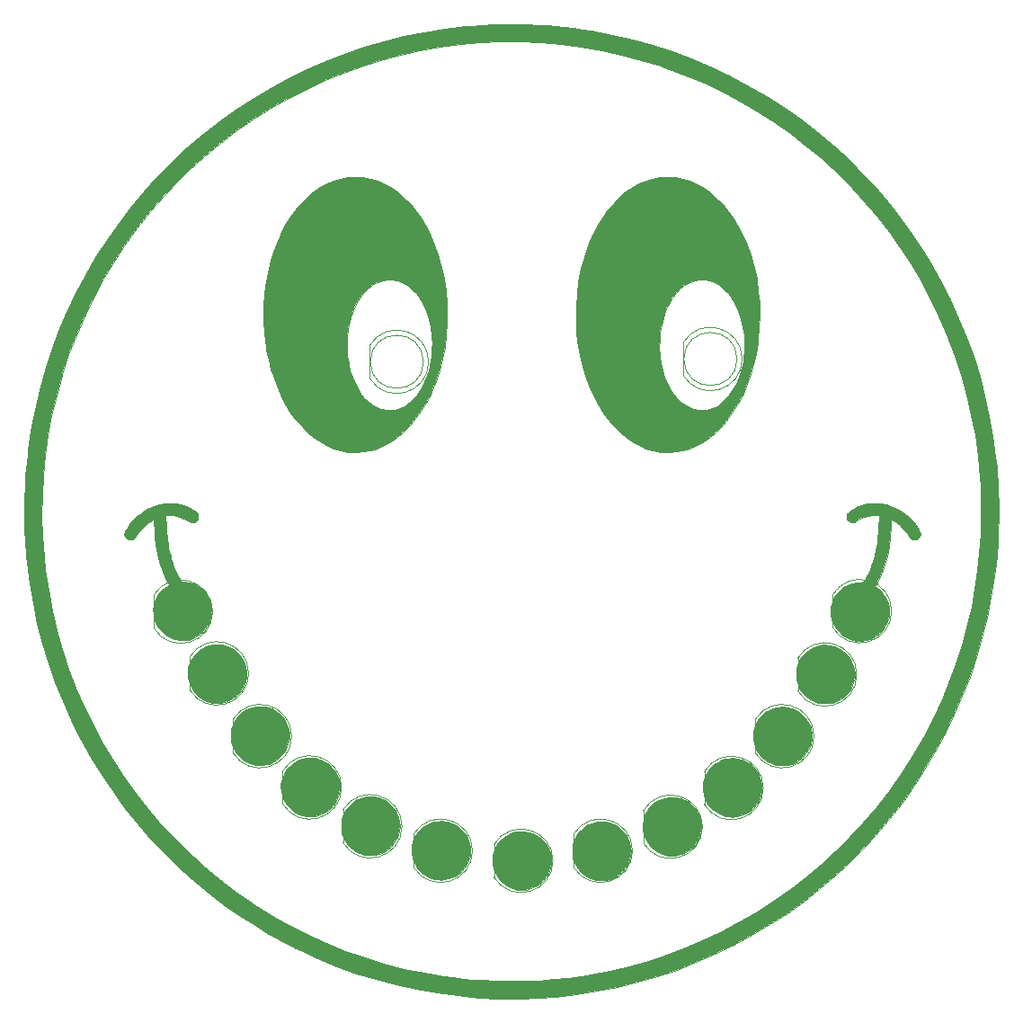
<source format=gbr>
%TF.GenerationSoftware,KiCad,Pcbnew,(5.1.9)-1*%
%TF.CreationDate,2021-04-30T09:58:52+02:00*%
%TF.ProjectId,Smiley2,536d696c-6579-4322-9e6b-696361645f70,rev?*%
%TF.SameCoordinates,Original*%
%TF.FileFunction,Legend,Top*%
%TF.FilePolarity,Positive*%
%FSLAX46Y46*%
G04 Gerber Fmt 4.6, Leading zero omitted, Abs format (unit mm)*
G04 Created by KiCad (PCBNEW (5.1.9)-1) date 2021-04-30 09:58:52*
%MOMM*%
%LPD*%
G01*
G04 APERTURE LIST*
%ADD10C,0.010000*%
%ADD11C,0.120000*%
G04 APERTURE END LIST*
D10*
%TO.C,G\u002A\u002A\u002A*%
G36*
X14886469Y31551268D02*
G01*
X15578327Y31427402D01*
X15624334Y31416195D01*
X16315356Y31201917D01*
X16985195Y30908355D01*
X17631452Y30538782D01*
X18251727Y30096473D01*
X18843622Y29584698D01*
X19404738Y29006733D01*
X19932674Y28365849D01*
X20425033Y27665321D01*
X20879414Y26908420D01*
X21293419Y26098421D01*
X21664649Y25238596D01*
X21990705Y24332219D01*
X22269186Y23382561D01*
X22497695Y22392898D01*
X22586663Y21917666D01*
X22741749Y20819172D01*
X22833749Y19686487D01*
X22862304Y18540417D01*
X22827050Y17401771D01*
X22727627Y16291357D01*
X22689466Y15997152D01*
X22516406Y14964430D01*
X22289663Y13965485D01*
X22011570Y13004206D01*
X21684459Y12084484D01*
X21310663Y11210209D01*
X20892514Y10385272D01*
X20432344Y9613562D01*
X19932486Y8898969D01*
X19395273Y8245385D01*
X18823037Y7656698D01*
X18218110Y7136799D01*
X17582824Y6689578D01*
X16919513Y6318926D01*
X16873167Y6296464D01*
X16261526Y6043168D01*
X15620729Y5853181D01*
X14966750Y5729317D01*
X14315560Y5674392D01*
X13683133Y5691221D01*
X13528834Y5707088D01*
X12833494Y5832127D01*
X12153862Y6038037D01*
X11492527Y6322042D01*
X10852082Y6681370D01*
X10235118Y7113246D01*
X9644226Y7614895D01*
X9081998Y8183544D01*
X8551025Y8816418D01*
X8053899Y9510744D01*
X7593210Y10263746D01*
X7171551Y11072651D01*
X6791513Y11934684D01*
X6455686Y12847071D01*
X6253758Y13495337D01*
X6026901Y14355683D01*
X5847939Y15210752D01*
X5772601Y15699680D01*
X13429291Y15699680D01*
X13431317Y15350885D01*
X13441561Y15038248D01*
X13460518Y14781880D01*
X13463035Y14759034D01*
X13569080Y14066421D01*
X13722491Y13409231D01*
X13919893Y12791279D01*
X14157906Y12216383D01*
X14433153Y11688357D01*
X14742257Y11211018D01*
X15081840Y10788183D01*
X15448523Y10423667D01*
X15838929Y10121287D01*
X16249681Y9884859D01*
X16677400Y9718198D01*
X17118709Y9625122D01*
X17570230Y9609445D01*
X17973834Y9662812D01*
X18424161Y9800538D01*
X18858185Y10016959D01*
X19271912Y10307002D01*
X19661347Y10665595D01*
X20022497Y11087667D01*
X20351369Y11568144D01*
X20643968Y12101954D01*
X20896301Y12684025D01*
X21104375Y13309285D01*
X21227025Y13794612D01*
X21316367Y14240467D01*
X21378371Y14653979D01*
X21416486Y15067854D01*
X21434163Y15514797D01*
X21436426Y15779333D01*
X21400787Y16636951D01*
X21293394Y17451708D01*
X21113537Y18226806D01*
X20860503Y18965446D01*
X20599656Y19542710D01*
X20274895Y20117014D01*
X19917752Y20613985D01*
X19526879Y21035062D01*
X19100926Y21381688D01*
X18638546Y21655302D01*
X18608834Y21669805D01*
X18152792Y21847346D01*
X17696322Y21940222D01*
X17239541Y21948433D01*
X16782566Y21871979D01*
X16325515Y21710861D01*
X16238167Y21670432D01*
X15784484Y21406247D01*
X15361120Y21066280D01*
X14970684Y20654751D01*
X14615788Y20175883D01*
X14299040Y19633897D01*
X14023051Y19033014D01*
X13790430Y18377456D01*
X13603788Y17671444D01*
X13525114Y17282166D01*
X13493472Y17054236D01*
X13467573Y16761911D01*
X13447914Y16425304D01*
X13434988Y16064523D01*
X13429291Y15699680D01*
X5772601Y15699680D01*
X5714011Y16079914D01*
X5622254Y16982539D01*
X5569806Y17937999D01*
X5562904Y18171166D01*
X5569288Y19402754D01*
X5650435Y20610129D01*
X5805569Y21789462D01*
X6033913Y22936925D01*
X6334691Y24048689D01*
X6707127Y25120925D01*
X7150445Y26149803D01*
X7201884Y26256833D01*
X7633017Y27074240D01*
X8101201Y27829652D01*
X8603603Y28521334D01*
X9137390Y29147550D01*
X9699730Y29706566D01*
X10287792Y30196647D01*
X10898741Y30616056D01*
X11529746Y30963061D01*
X12177974Y31235924D01*
X12840593Y31432912D01*
X13514770Y31552288D01*
X14197673Y31592319D01*
X14886469Y31551268D01*
G37*
X14886469Y31551268D02*
X15578327Y31427402D01*
X15624334Y31416195D01*
X16315356Y31201917D01*
X16985195Y30908355D01*
X17631452Y30538782D01*
X18251727Y30096473D01*
X18843622Y29584698D01*
X19404738Y29006733D01*
X19932674Y28365849D01*
X20425033Y27665321D01*
X20879414Y26908420D01*
X21293419Y26098421D01*
X21664649Y25238596D01*
X21990705Y24332219D01*
X22269186Y23382561D01*
X22497695Y22392898D01*
X22586663Y21917666D01*
X22741749Y20819172D01*
X22833749Y19686487D01*
X22862304Y18540417D01*
X22827050Y17401771D01*
X22727627Y16291357D01*
X22689466Y15997152D01*
X22516406Y14964430D01*
X22289663Y13965485D01*
X22011570Y13004206D01*
X21684459Y12084484D01*
X21310663Y11210209D01*
X20892514Y10385272D01*
X20432344Y9613562D01*
X19932486Y8898969D01*
X19395273Y8245385D01*
X18823037Y7656698D01*
X18218110Y7136799D01*
X17582824Y6689578D01*
X16919513Y6318926D01*
X16873167Y6296464D01*
X16261526Y6043168D01*
X15620729Y5853181D01*
X14966750Y5729317D01*
X14315560Y5674392D01*
X13683133Y5691221D01*
X13528834Y5707088D01*
X12833494Y5832127D01*
X12153862Y6038037D01*
X11492527Y6322042D01*
X10852082Y6681370D01*
X10235118Y7113246D01*
X9644226Y7614895D01*
X9081998Y8183544D01*
X8551025Y8816418D01*
X8053899Y9510744D01*
X7593210Y10263746D01*
X7171551Y11072651D01*
X6791513Y11934684D01*
X6455686Y12847071D01*
X6253758Y13495337D01*
X6026901Y14355683D01*
X5847939Y15210752D01*
X5772601Y15699680D01*
X13429291Y15699680D01*
X13431317Y15350885D01*
X13441561Y15038248D01*
X13460518Y14781880D01*
X13463035Y14759034D01*
X13569080Y14066421D01*
X13722491Y13409231D01*
X13919893Y12791279D01*
X14157906Y12216383D01*
X14433153Y11688357D01*
X14742257Y11211018D01*
X15081840Y10788183D01*
X15448523Y10423667D01*
X15838929Y10121287D01*
X16249681Y9884859D01*
X16677400Y9718198D01*
X17118709Y9625122D01*
X17570230Y9609445D01*
X17973834Y9662812D01*
X18424161Y9800538D01*
X18858185Y10016959D01*
X19271912Y10307002D01*
X19661347Y10665595D01*
X20022497Y11087667D01*
X20351369Y11568144D01*
X20643968Y12101954D01*
X20896301Y12684025D01*
X21104375Y13309285D01*
X21227025Y13794612D01*
X21316367Y14240467D01*
X21378371Y14653979D01*
X21416486Y15067854D01*
X21434163Y15514797D01*
X21436426Y15779333D01*
X21400787Y16636951D01*
X21293394Y17451708D01*
X21113537Y18226806D01*
X20860503Y18965446D01*
X20599656Y19542710D01*
X20274895Y20117014D01*
X19917752Y20613985D01*
X19526879Y21035062D01*
X19100926Y21381688D01*
X18638546Y21655302D01*
X18608834Y21669805D01*
X18152792Y21847346D01*
X17696322Y21940222D01*
X17239541Y21948433D01*
X16782566Y21871979D01*
X16325515Y21710861D01*
X16238167Y21670432D01*
X15784484Y21406247D01*
X15361120Y21066280D01*
X14970684Y20654751D01*
X14615788Y20175883D01*
X14299040Y19633897D01*
X14023051Y19033014D01*
X13790430Y18377456D01*
X13603788Y17671444D01*
X13525114Y17282166D01*
X13493472Y17054236D01*
X13467573Y16761911D01*
X13447914Y16425304D01*
X13434988Y16064523D01*
X13429291Y15699680D01*
X5772601Y15699680D01*
X5714011Y16079914D01*
X5622254Y16982539D01*
X5569806Y17937999D01*
X5562904Y18171166D01*
X5569288Y19402754D01*
X5650435Y20610129D01*
X5805569Y21789462D01*
X6033913Y22936925D01*
X6334691Y24048689D01*
X6707127Y25120925D01*
X7150445Y26149803D01*
X7201884Y26256833D01*
X7633017Y27074240D01*
X8101201Y27829652D01*
X8603603Y28521334D01*
X9137390Y29147550D01*
X9699730Y29706566D01*
X10287792Y30196647D01*
X10898741Y30616056D01*
X11529746Y30963061D01*
X12177974Y31235924D01*
X12840593Y31432912D01*
X13514770Y31552288D01*
X14197673Y31592319D01*
X14886469Y31551268D01*
G36*
X-14535997Y31551326D02*
G01*
X-13844353Y31427644D01*
X-13797333Y31416195D01*
X-13106311Y31201917D01*
X-12436472Y30908355D01*
X-11790215Y30538782D01*
X-11169940Y30096473D01*
X-10578044Y29584698D01*
X-10016929Y29006733D01*
X-9488993Y28365849D01*
X-8996634Y27665321D01*
X-8542252Y26908420D01*
X-8128247Y26098421D01*
X-7757017Y25238596D01*
X-7430962Y24332219D01*
X-7152480Y23382561D01*
X-6923972Y22392898D01*
X-6835004Y21917666D01*
X-6752817Y21412292D01*
X-6688738Y20939672D01*
X-6640435Y20474737D01*
X-6605576Y19992422D01*
X-6581830Y19467657D01*
X-6570951Y19078686D01*
X-6576439Y17869386D01*
X-6649244Y16705194D01*
X-6790719Y15578140D01*
X-7002217Y14480253D01*
X-7285092Y13403565D01*
X-7640695Y12340106D01*
X-7774318Y11990500D01*
X-8147999Y11126380D01*
X-8566959Y10312640D01*
X-9027909Y9552814D01*
X-9527558Y8850439D01*
X-10062616Y8209050D01*
X-10629793Y7632182D01*
X-11225798Y7123371D01*
X-11847341Y6686154D01*
X-12491131Y6324065D01*
X-13153878Y6040640D01*
X-13384209Y5962422D01*
X-13906822Y5825210D01*
X-14463039Y5730657D01*
X-15025499Y5681548D01*
X-15566842Y5680668D01*
X-15892833Y5707088D01*
X-16588173Y5832127D01*
X-17267805Y6038037D01*
X-17929140Y6322042D01*
X-18569585Y6681370D01*
X-19186549Y7113246D01*
X-19777441Y7614895D01*
X-20339669Y8183544D01*
X-20870642Y8816418D01*
X-21367768Y9510744D01*
X-21828457Y10263746D01*
X-22250116Y11072651D01*
X-22630154Y11934684D01*
X-22965980Y12847071D01*
X-23167909Y13495337D01*
X-23394766Y14355683D01*
X-23573727Y15210752D01*
X-23649065Y15699680D01*
X-15992376Y15699680D01*
X-15990350Y15350885D01*
X-15980105Y15038248D01*
X-15961148Y14781880D01*
X-15958631Y14759034D01*
X-15852587Y14066421D01*
X-15699175Y13409231D01*
X-15501774Y12791279D01*
X-15263761Y12216383D01*
X-14988513Y11688357D01*
X-14679410Y11211018D01*
X-14339827Y10788183D01*
X-13973144Y10423667D01*
X-13582737Y10121287D01*
X-13171986Y9884859D01*
X-12744267Y9718198D01*
X-12302958Y9625122D01*
X-11851437Y9609445D01*
X-11447833Y9662812D01*
X-10997505Y9800538D01*
X-10563481Y10016959D01*
X-10149755Y10307002D01*
X-9760320Y10665595D01*
X-9399169Y11087667D01*
X-9070298Y11568144D01*
X-8777699Y12101954D01*
X-8525365Y12684025D01*
X-8317292Y13309285D01*
X-8194642Y13794612D01*
X-8105299Y14240467D01*
X-8043296Y14653979D01*
X-8005181Y15067854D01*
X-7987503Y15514797D01*
X-7985241Y15779333D01*
X-8020880Y16636951D01*
X-8128273Y17451708D01*
X-8308130Y18226806D01*
X-8561164Y18965446D01*
X-8822011Y19542710D01*
X-9146771Y20117014D01*
X-9503914Y20613985D01*
X-9894788Y21035062D01*
X-10320741Y21381688D01*
X-10783121Y21655302D01*
X-10812833Y21669805D01*
X-11268874Y21847346D01*
X-11725344Y21940222D01*
X-12182126Y21948433D01*
X-12639101Y21871979D01*
X-13096151Y21710861D01*
X-13183500Y21670432D01*
X-13637183Y21406247D01*
X-14060547Y21066280D01*
X-14450982Y20654751D01*
X-14805879Y20175883D01*
X-15122627Y19633897D01*
X-15398616Y19033014D01*
X-15631236Y18377456D01*
X-15817878Y17671444D01*
X-15896552Y17282166D01*
X-15928195Y17054236D01*
X-15954093Y16761911D01*
X-15973753Y16425304D01*
X-15986678Y16064523D01*
X-15992376Y15699680D01*
X-23649065Y15699680D01*
X-23707656Y16079914D01*
X-23799413Y16982539D01*
X-23851861Y17937999D01*
X-23858763Y18171166D01*
X-23852379Y19402754D01*
X-23771231Y20610129D01*
X-23616098Y21789462D01*
X-23387754Y22936925D01*
X-23086976Y24048689D01*
X-22714540Y25120925D01*
X-22271222Y26149803D01*
X-22219783Y26256833D01*
X-21788774Y27073972D01*
X-21320678Y27829177D01*
X-20818332Y28520710D01*
X-20284578Y29146831D01*
X-19722256Y29705800D01*
X-19134205Y30195878D01*
X-18523265Y30615324D01*
X-17892276Y30962400D01*
X-17244078Y31235365D01*
X-16581511Y31432480D01*
X-15907416Y31552005D01*
X-15224631Y31592200D01*
X-14535997Y31551326D01*
G37*
X-14535997Y31551326D02*
X-13844353Y31427644D01*
X-13797333Y31416195D01*
X-13106311Y31201917D01*
X-12436472Y30908355D01*
X-11790215Y30538782D01*
X-11169940Y30096473D01*
X-10578044Y29584698D01*
X-10016929Y29006733D01*
X-9488993Y28365849D01*
X-8996634Y27665321D01*
X-8542252Y26908420D01*
X-8128247Y26098421D01*
X-7757017Y25238596D01*
X-7430962Y24332219D01*
X-7152480Y23382561D01*
X-6923972Y22392898D01*
X-6835004Y21917666D01*
X-6752817Y21412292D01*
X-6688738Y20939672D01*
X-6640435Y20474737D01*
X-6605576Y19992422D01*
X-6581830Y19467657D01*
X-6570951Y19078686D01*
X-6576439Y17869386D01*
X-6649244Y16705194D01*
X-6790719Y15578140D01*
X-7002217Y14480253D01*
X-7285092Y13403565D01*
X-7640695Y12340106D01*
X-7774318Y11990500D01*
X-8147999Y11126380D01*
X-8566959Y10312640D01*
X-9027909Y9552814D01*
X-9527558Y8850439D01*
X-10062616Y8209050D01*
X-10629793Y7632182D01*
X-11225798Y7123371D01*
X-11847341Y6686154D01*
X-12491131Y6324065D01*
X-13153878Y6040640D01*
X-13384209Y5962422D01*
X-13906822Y5825210D01*
X-14463039Y5730657D01*
X-15025499Y5681548D01*
X-15566842Y5680668D01*
X-15892833Y5707088D01*
X-16588173Y5832127D01*
X-17267805Y6038037D01*
X-17929140Y6322042D01*
X-18569585Y6681370D01*
X-19186549Y7113246D01*
X-19777441Y7614895D01*
X-20339669Y8183544D01*
X-20870642Y8816418D01*
X-21367768Y9510744D01*
X-21828457Y10263746D01*
X-22250116Y11072651D01*
X-22630154Y11934684D01*
X-22965980Y12847071D01*
X-23167909Y13495337D01*
X-23394766Y14355683D01*
X-23573727Y15210752D01*
X-23649065Y15699680D01*
X-15992376Y15699680D01*
X-15990350Y15350885D01*
X-15980105Y15038248D01*
X-15961148Y14781880D01*
X-15958631Y14759034D01*
X-15852587Y14066421D01*
X-15699175Y13409231D01*
X-15501774Y12791279D01*
X-15263761Y12216383D01*
X-14988513Y11688357D01*
X-14679410Y11211018D01*
X-14339827Y10788183D01*
X-13973144Y10423667D01*
X-13582737Y10121287D01*
X-13171986Y9884859D01*
X-12744267Y9718198D01*
X-12302958Y9625122D01*
X-11851437Y9609445D01*
X-11447833Y9662812D01*
X-10997505Y9800538D01*
X-10563481Y10016959D01*
X-10149755Y10307002D01*
X-9760320Y10665595D01*
X-9399169Y11087667D01*
X-9070298Y11568144D01*
X-8777699Y12101954D01*
X-8525365Y12684025D01*
X-8317292Y13309285D01*
X-8194642Y13794612D01*
X-8105299Y14240467D01*
X-8043296Y14653979D01*
X-8005181Y15067854D01*
X-7987503Y15514797D01*
X-7985241Y15779333D01*
X-8020880Y16636951D01*
X-8128273Y17451708D01*
X-8308130Y18226806D01*
X-8561164Y18965446D01*
X-8822011Y19542710D01*
X-9146771Y20117014D01*
X-9503914Y20613985D01*
X-9894788Y21035062D01*
X-10320741Y21381688D01*
X-10783121Y21655302D01*
X-10812833Y21669805D01*
X-11268874Y21847346D01*
X-11725344Y21940222D01*
X-12182126Y21948433D01*
X-12639101Y21871979D01*
X-13096151Y21710861D01*
X-13183500Y21670432D01*
X-13637183Y21406247D01*
X-14060547Y21066280D01*
X-14450982Y20654751D01*
X-14805879Y20175883D01*
X-15122627Y19633897D01*
X-15398616Y19033014D01*
X-15631236Y18377456D01*
X-15817878Y17671444D01*
X-15896552Y17282166D01*
X-15928195Y17054236D01*
X-15954093Y16761911D01*
X-15973753Y16425304D01*
X-15986678Y16064523D01*
X-15992376Y15699680D01*
X-23649065Y15699680D01*
X-23707656Y16079914D01*
X-23799413Y16982539D01*
X-23851861Y17937999D01*
X-23858763Y18171166D01*
X-23852379Y19402754D01*
X-23771231Y20610129D01*
X-23616098Y21789462D01*
X-23387754Y22936925D01*
X-23086976Y24048689D01*
X-22714540Y25120925D01*
X-22271222Y26149803D01*
X-22219783Y26256833D01*
X-21788774Y27073972D01*
X-21320678Y27829177D01*
X-20818332Y28520710D01*
X-20284578Y29146831D01*
X-19722256Y29705800D01*
X-19134205Y30195878D01*
X-18523265Y30615324D01*
X-17892276Y30962400D01*
X-17244078Y31235365D01*
X-16581511Y31432480D01*
X-15907416Y31552005D01*
X-15224631Y31592200D01*
X-14535997Y31551326D01*
G36*
X-31966385Y817442D02*
G01*
X-31425123Y689726D01*
X-30909571Y485425D01*
X-30899347Y480438D01*
X-30633012Y339368D01*
X-30402694Y196454D01*
X-30220936Y60575D01*
X-30100282Y-59391D01*
X-30068202Y-107846D01*
X-30019952Y-282158D01*
X-30021618Y-445277D01*
X-30075884Y-656672D01*
X-30191621Y-809979D01*
X-30367409Y-903795D01*
X-30514514Y-932336D01*
X-30633532Y-938881D01*
X-30728514Y-925342D01*
X-30828527Y-882529D01*
X-30962639Y-801249D01*
X-30994697Y-780489D01*
X-31375278Y-562562D01*
X-31752446Y-410649D01*
X-32057380Y-331246D01*
X-32244481Y-300500D01*
X-32453617Y-278508D01*
X-32661451Y-266348D01*
X-32844646Y-265098D01*
X-32979866Y-275834D01*
X-33023787Y-286631D01*
X-33049101Y-314264D01*
X-33061956Y-381907D01*
X-33063148Y-503291D01*
X-33053471Y-692144D01*
X-33050129Y-741715D01*
X-33036424Y-942305D01*
X-33019158Y-1199227D01*
X-33000209Y-1484320D01*
X-32981454Y-1769424D01*
X-32974654Y-1873667D01*
X-32943385Y-2297029D01*
X-32906483Y-2666070D01*
X-32859776Y-3005502D01*
X-32799096Y-3340035D01*
X-32720274Y-3694380D01*
X-32619139Y-4093249D01*
X-32568015Y-4283644D01*
X-32433341Y-4751822D01*
X-32300866Y-5152053D01*
X-32163951Y-5500594D01*
X-32015962Y-5813704D01*
X-31850261Y-6107639D01*
X-31773759Y-6229330D01*
X-31579041Y-6530334D01*
X-31334770Y-6530959D01*
X-30906843Y-6573777D01*
X-30488319Y-6697571D01*
X-30087547Y-6898660D01*
X-29712878Y-7173359D01*
X-29562346Y-7312729D01*
X-29281091Y-7622776D01*
X-29068070Y-7934519D01*
X-28909524Y-8270764D01*
X-28821288Y-8541167D01*
X-28753811Y-8884263D01*
X-28727202Y-9259050D01*
X-28742039Y-9630421D01*
X-28797890Y-9959334D01*
X-28951963Y-10395126D01*
X-29178220Y-10798591D01*
X-29467501Y-11160879D01*
X-29810642Y-11473140D01*
X-30198484Y-11726525D01*
X-30621863Y-11912185D01*
X-30900000Y-11989800D01*
X-31149159Y-12023914D01*
X-31445776Y-12033053D01*
X-31756833Y-12018551D01*
X-32049312Y-11981742D01*
X-32254778Y-11935065D01*
X-32696363Y-11762059D01*
X-33099302Y-11519853D01*
X-33455093Y-11216666D01*
X-33755235Y-10860719D01*
X-33991225Y-10460230D01*
X-34123232Y-10128667D01*
X-34193862Y-9825489D01*
X-34231815Y-9477665D01*
X-34235713Y-9119218D01*
X-34204178Y-8784172D01*
X-34182359Y-8668903D01*
X-34049245Y-8249020D01*
X-33845955Y-7847862D01*
X-33583743Y-7481946D01*
X-33273866Y-7167785D01*
X-33037978Y-6989717D01*
X-32768877Y-6812793D01*
X-32895887Y-6597480D01*
X-33195246Y-6021819D01*
X-33457103Y-5375909D01*
X-33679914Y-4666154D01*
X-33862131Y-3898958D01*
X-34002210Y-3080725D01*
X-34098604Y-2217859D01*
X-34146423Y-1416979D01*
X-34156710Y-1177106D01*
X-34168706Y-968095D01*
X-34181357Y-804031D01*
X-34193607Y-698994D01*
X-34202599Y-666797D01*
X-34257567Y-677496D01*
X-34362201Y-734686D01*
X-34503012Y-828464D01*
X-34666512Y-948930D01*
X-34839211Y-1086182D01*
X-35007622Y-1230318D01*
X-35145854Y-1359193D01*
X-35321809Y-1545013D01*
X-35509274Y-1764000D01*
X-35677097Y-1979103D01*
X-35732653Y-2057074D01*
X-35852951Y-2221767D01*
X-35971889Y-2366712D01*
X-36072908Y-2472575D01*
X-36122299Y-2511999D01*
X-36309991Y-2582928D01*
X-36499039Y-2580283D01*
X-36673678Y-2513407D01*
X-36818145Y-2391642D01*
X-36916675Y-2224332D01*
X-36953505Y-2020821D01*
X-36953508Y-2019343D01*
X-36921043Y-1850595D01*
X-36829036Y-1641865D01*
X-36685978Y-1403575D01*
X-36500356Y-1146147D01*
X-36280657Y-880002D01*
X-36035370Y-615564D01*
X-35772984Y-363252D01*
X-35501986Y-133491D01*
X-35289510Y23765D01*
X-34768121Y337443D01*
X-34222689Y579712D01*
X-33661508Y749709D01*
X-33092870Y846571D01*
X-32525064Y869436D01*
X-31966385Y817442D01*
G37*
X-31966385Y817442D02*
X-31425123Y689726D01*
X-30909571Y485425D01*
X-30899347Y480438D01*
X-30633012Y339368D01*
X-30402694Y196454D01*
X-30220936Y60575D01*
X-30100282Y-59391D01*
X-30068202Y-107846D01*
X-30019952Y-282158D01*
X-30021618Y-445277D01*
X-30075884Y-656672D01*
X-30191621Y-809979D01*
X-30367409Y-903795D01*
X-30514514Y-932336D01*
X-30633532Y-938881D01*
X-30728514Y-925342D01*
X-30828527Y-882529D01*
X-30962639Y-801249D01*
X-30994697Y-780489D01*
X-31375278Y-562562D01*
X-31752446Y-410649D01*
X-32057380Y-331246D01*
X-32244481Y-300500D01*
X-32453617Y-278508D01*
X-32661451Y-266348D01*
X-32844646Y-265098D01*
X-32979866Y-275834D01*
X-33023787Y-286631D01*
X-33049101Y-314264D01*
X-33061956Y-381907D01*
X-33063148Y-503291D01*
X-33053471Y-692144D01*
X-33050129Y-741715D01*
X-33036424Y-942305D01*
X-33019158Y-1199227D01*
X-33000209Y-1484320D01*
X-32981454Y-1769424D01*
X-32974654Y-1873667D01*
X-32943385Y-2297029D01*
X-32906483Y-2666070D01*
X-32859776Y-3005502D01*
X-32799096Y-3340035D01*
X-32720274Y-3694380D01*
X-32619139Y-4093249D01*
X-32568015Y-4283644D01*
X-32433341Y-4751822D01*
X-32300866Y-5152053D01*
X-32163951Y-5500594D01*
X-32015962Y-5813704D01*
X-31850261Y-6107639D01*
X-31773759Y-6229330D01*
X-31579041Y-6530334D01*
X-31334770Y-6530959D01*
X-30906843Y-6573777D01*
X-30488319Y-6697571D01*
X-30087547Y-6898660D01*
X-29712878Y-7173359D01*
X-29562346Y-7312729D01*
X-29281091Y-7622776D01*
X-29068070Y-7934519D01*
X-28909524Y-8270764D01*
X-28821288Y-8541167D01*
X-28753811Y-8884263D01*
X-28727202Y-9259050D01*
X-28742039Y-9630421D01*
X-28797890Y-9959334D01*
X-28951963Y-10395126D01*
X-29178220Y-10798591D01*
X-29467501Y-11160879D01*
X-29810642Y-11473140D01*
X-30198484Y-11726525D01*
X-30621863Y-11912185D01*
X-30900000Y-11989800D01*
X-31149159Y-12023914D01*
X-31445776Y-12033053D01*
X-31756833Y-12018551D01*
X-32049312Y-11981742D01*
X-32254778Y-11935065D01*
X-32696363Y-11762059D01*
X-33099302Y-11519853D01*
X-33455093Y-11216666D01*
X-33755235Y-10860719D01*
X-33991225Y-10460230D01*
X-34123232Y-10128667D01*
X-34193862Y-9825489D01*
X-34231815Y-9477665D01*
X-34235713Y-9119218D01*
X-34204178Y-8784172D01*
X-34182359Y-8668903D01*
X-34049245Y-8249020D01*
X-33845955Y-7847862D01*
X-33583743Y-7481946D01*
X-33273866Y-7167785D01*
X-33037978Y-6989717D01*
X-32768877Y-6812793D01*
X-32895887Y-6597480D01*
X-33195246Y-6021819D01*
X-33457103Y-5375909D01*
X-33679914Y-4666154D01*
X-33862131Y-3898958D01*
X-34002210Y-3080725D01*
X-34098604Y-2217859D01*
X-34146423Y-1416979D01*
X-34156710Y-1177106D01*
X-34168706Y-968095D01*
X-34181357Y-804031D01*
X-34193607Y-698994D01*
X-34202599Y-666797D01*
X-34257567Y-677496D01*
X-34362201Y-734686D01*
X-34503012Y-828464D01*
X-34666512Y-948930D01*
X-34839211Y-1086182D01*
X-35007622Y-1230318D01*
X-35145854Y-1359193D01*
X-35321809Y-1545013D01*
X-35509274Y-1764000D01*
X-35677097Y-1979103D01*
X-35732653Y-2057074D01*
X-35852951Y-2221767D01*
X-35971889Y-2366712D01*
X-36072908Y-2472575D01*
X-36122299Y-2511999D01*
X-36309991Y-2582928D01*
X-36499039Y-2580283D01*
X-36673678Y-2513407D01*
X-36818145Y-2391642D01*
X-36916675Y-2224332D01*
X-36953505Y-2020821D01*
X-36953508Y-2019343D01*
X-36921043Y-1850595D01*
X-36829036Y-1641865D01*
X-36685978Y-1403575D01*
X-36500356Y-1146147D01*
X-36280657Y-880002D01*
X-36035370Y-615564D01*
X-35772984Y-363252D01*
X-35501986Y-133491D01*
X-35289510Y23765D01*
X-34768121Y337443D01*
X-34222689Y579712D01*
X-33661508Y749709D01*
X-33092870Y846571D01*
X-32525064Y869436D01*
X-31966385Y817442D01*
G36*
X34015483Y847697D02*
G01*
X34226509Y839912D01*
X34399246Y824612D01*
X34556862Y799381D01*
X34722525Y761802D01*
X34810046Y739111D01*
X35396027Y540228D01*
X35957339Y264608D01*
X36485723Y-81424D01*
X36972920Y-491544D01*
X37410669Y-959427D01*
X37790711Y-1478747D01*
X37867352Y-1601919D01*
X37980620Y-1836921D01*
X38017963Y-2045692D01*
X37980233Y-2237696D01*
X37932915Y-2331298D01*
X37804353Y-2469128D01*
X37633068Y-2554385D01*
X37442695Y-2583438D01*
X37256871Y-2552657D01*
X37100097Y-2459220D01*
X37025497Y-2375512D01*
X36926450Y-2245781D01*
X36822777Y-2096173D01*
X36809640Y-2076081D01*
X36599495Y-1790897D01*
X36337967Y-1495170D01*
X36049832Y-1213988D01*
X35759869Y-972440D01*
X35624331Y-875953D01*
X35475386Y-778146D01*
X35354227Y-701021D01*
X35277030Y-654743D01*
X35258325Y-646000D01*
X35249966Y-685971D01*
X35239901Y-796518D01*
X35229079Y-963591D01*
X35218452Y-1173141D01*
X35211776Y-1333917D01*
X35148715Y-2322499D01*
X35037211Y-3250266D01*
X34877726Y-4114572D01*
X34670721Y-4912772D01*
X34498193Y-5429667D01*
X34418896Y-5628102D01*
X34314511Y-5865278D01*
X34195631Y-6119348D01*
X34072848Y-6368466D01*
X33956755Y-6590784D01*
X33857945Y-6764454D01*
X33828196Y-6811539D01*
X33740441Y-6944577D01*
X33950493Y-7098769D01*
X34306976Y-7408645D01*
X34594904Y-7758540D01*
X34815134Y-8140021D01*
X34968524Y-8544656D01*
X35055932Y-8964012D01*
X35078215Y-9389656D01*
X35036232Y-9813156D01*
X34930839Y-10226078D01*
X34762895Y-10619991D01*
X34533258Y-10986460D01*
X34242785Y-11317054D01*
X33892334Y-11603340D01*
X33482763Y-11836885D01*
X33467834Y-11843786D01*
X33292859Y-11918387D01*
X33118270Y-11983578D01*
X32981686Y-12025319D01*
X32981000Y-12025484D01*
X32764388Y-12063778D01*
X32509742Y-12088211D01*
X32251939Y-12097006D01*
X32025853Y-12088385D01*
X31943834Y-12078362D01*
X31457373Y-11960401D01*
X31015546Y-11770774D01*
X30616355Y-11508481D01*
X30373623Y-11293446D01*
X30059068Y-10928000D01*
X29821949Y-10529453D01*
X29660969Y-10094909D01*
X29574826Y-9621472D01*
X29564426Y-9489951D01*
X29568591Y-9058796D01*
X29638310Y-8656310D01*
X29778919Y-8256396D01*
X29846141Y-8111645D01*
X30089349Y-7708033D01*
X30392686Y-7356424D01*
X30746989Y-7062602D01*
X31143092Y-6832352D01*
X31571830Y-6671459D01*
X32024038Y-6585709D01*
X32284247Y-6572667D01*
X32444413Y-6570583D01*
X32544689Y-6558782D01*
X32609838Y-6528943D01*
X32664628Y-6472744D01*
X32693673Y-6435084D01*
X32828175Y-6238146D01*
X32976141Y-5991314D01*
X33121139Y-5723906D01*
X33246736Y-5465242D01*
X33280898Y-5387334D01*
X33380506Y-5125114D01*
X33486277Y-4798687D01*
X33593201Y-4427774D01*
X33696268Y-4032093D01*
X33790468Y-3631364D01*
X33870790Y-3245307D01*
X33932223Y-2893641D01*
X33954245Y-2737238D01*
X33977139Y-2533797D01*
X34000242Y-2288210D01*
X34022808Y-2013289D01*
X34044093Y-1721843D01*
X34063352Y-1426683D01*
X34079841Y-1140621D01*
X34092815Y-876467D01*
X34101528Y-647031D01*
X34105237Y-465125D01*
X34103197Y-343559D01*
X34096107Y-296750D01*
X34041545Y-276261D01*
X33922662Y-266130D01*
X33759074Y-265627D01*
X33570397Y-274021D01*
X33376247Y-290581D01*
X33196241Y-314578D01*
X33095190Y-334026D01*
X32690067Y-454670D01*
X32305745Y-632578D01*
X32059697Y-780489D01*
X31916136Y-870043D01*
X31812224Y-919511D01*
X31718726Y-938035D01*
X31606408Y-934762D01*
X31575489Y-931949D01*
X31426879Y-907609D01*
X31321161Y-856521D01*
X31216824Y-758575D01*
X31216209Y-757905D01*
X31124724Y-641459D01*
X31083995Y-530825D01*
X31076000Y-411686D01*
X31090260Y-262238D01*
X31125810Y-126556D01*
X31139243Y-96163D01*
X31217552Y-335D01*
X31357039Y117120D01*
X31540753Y245211D01*
X31751740Y372945D01*
X31973049Y489333D01*
X32186745Y583003D01*
X32466291Y685042D01*
X32710394Y758295D01*
X32944204Y807085D01*
X33192875Y835732D01*
X33481558Y848557D01*
X33743000Y850383D01*
X34015483Y847697D01*
G37*
X34015483Y847697D02*
X34226509Y839912D01*
X34399246Y824612D01*
X34556862Y799381D01*
X34722525Y761802D01*
X34810046Y739111D01*
X35396027Y540228D01*
X35957339Y264608D01*
X36485723Y-81424D01*
X36972920Y-491544D01*
X37410669Y-959427D01*
X37790711Y-1478747D01*
X37867352Y-1601919D01*
X37980620Y-1836921D01*
X38017963Y-2045692D01*
X37980233Y-2237696D01*
X37932915Y-2331298D01*
X37804353Y-2469128D01*
X37633068Y-2554385D01*
X37442695Y-2583438D01*
X37256871Y-2552657D01*
X37100097Y-2459220D01*
X37025497Y-2375512D01*
X36926450Y-2245781D01*
X36822777Y-2096173D01*
X36809640Y-2076081D01*
X36599495Y-1790897D01*
X36337967Y-1495170D01*
X36049832Y-1213988D01*
X35759869Y-972440D01*
X35624331Y-875953D01*
X35475386Y-778146D01*
X35354227Y-701021D01*
X35277030Y-654743D01*
X35258325Y-646000D01*
X35249966Y-685971D01*
X35239901Y-796518D01*
X35229079Y-963591D01*
X35218452Y-1173141D01*
X35211776Y-1333917D01*
X35148715Y-2322499D01*
X35037211Y-3250266D01*
X34877726Y-4114572D01*
X34670721Y-4912772D01*
X34498193Y-5429667D01*
X34418896Y-5628102D01*
X34314511Y-5865278D01*
X34195631Y-6119348D01*
X34072848Y-6368466D01*
X33956755Y-6590784D01*
X33857945Y-6764454D01*
X33828196Y-6811539D01*
X33740441Y-6944577D01*
X33950493Y-7098769D01*
X34306976Y-7408645D01*
X34594904Y-7758540D01*
X34815134Y-8140021D01*
X34968524Y-8544656D01*
X35055932Y-8964012D01*
X35078215Y-9389656D01*
X35036232Y-9813156D01*
X34930839Y-10226078D01*
X34762895Y-10619991D01*
X34533258Y-10986460D01*
X34242785Y-11317054D01*
X33892334Y-11603340D01*
X33482763Y-11836885D01*
X33467834Y-11843786D01*
X33292859Y-11918387D01*
X33118270Y-11983578D01*
X32981686Y-12025319D01*
X32981000Y-12025484D01*
X32764388Y-12063778D01*
X32509742Y-12088211D01*
X32251939Y-12097006D01*
X32025853Y-12088385D01*
X31943834Y-12078362D01*
X31457373Y-11960401D01*
X31015546Y-11770774D01*
X30616355Y-11508481D01*
X30373623Y-11293446D01*
X30059068Y-10928000D01*
X29821949Y-10529453D01*
X29660969Y-10094909D01*
X29574826Y-9621472D01*
X29564426Y-9489951D01*
X29568591Y-9058796D01*
X29638310Y-8656310D01*
X29778919Y-8256396D01*
X29846141Y-8111645D01*
X30089349Y-7708033D01*
X30392686Y-7356424D01*
X30746989Y-7062602D01*
X31143092Y-6832352D01*
X31571830Y-6671459D01*
X32024038Y-6585709D01*
X32284247Y-6572667D01*
X32444413Y-6570583D01*
X32544689Y-6558782D01*
X32609838Y-6528943D01*
X32664628Y-6472744D01*
X32693673Y-6435084D01*
X32828175Y-6238146D01*
X32976141Y-5991314D01*
X33121139Y-5723906D01*
X33246736Y-5465242D01*
X33280898Y-5387334D01*
X33380506Y-5125114D01*
X33486277Y-4798687D01*
X33593201Y-4427774D01*
X33696268Y-4032093D01*
X33790468Y-3631364D01*
X33870790Y-3245307D01*
X33932223Y-2893641D01*
X33954245Y-2737238D01*
X33977139Y-2533797D01*
X34000242Y-2288210D01*
X34022808Y-2013289D01*
X34044093Y-1721843D01*
X34063352Y-1426683D01*
X34079841Y-1140621D01*
X34092815Y-876467D01*
X34101528Y-647031D01*
X34105237Y-465125D01*
X34103197Y-343559D01*
X34096107Y-296750D01*
X34041545Y-276261D01*
X33922662Y-266130D01*
X33759074Y-265627D01*
X33570397Y-274021D01*
X33376247Y-290581D01*
X33196241Y-314578D01*
X33095190Y-334026D01*
X32690067Y-454670D01*
X32305745Y-632578D01*
X32059697Y-780489D01*
X31916136Y-870043D01*
X31812224Y-919511D01*
X31718726Y-938035D01*
X31606408Y-934762D01*
X31575489Y-931949D01*
X31426879Y-907609D01*
X31321161Y-856521D01*
X31216824Y-758575D01*
X31216209Y-757905D01*
X31124724Y-641459D01*
X31083995Y-530825D01*
X31076000Y-411686D01*
X31090260Y-262238D01*
X31125810Y-126556D01*
X31139243Y-96163D01*
X31217552Y-335D01*
X31357039Y117120D01*
X31540753Y245211D01*
X31751740Y372945D01*
X31973049Y489333D01*
X32186745Y583003D01*
X32466291Y685042D01*
X32710394Y758295D01*
X32944204Y807085D01*
X33192875Y835732D01*
X33481558Y848557D01*
X33743000Y850383D01*
X34015483Y847697D01*
G36*
X-27726000Y-12474007D02*
G01*
X-27722697Y-12474661D01*
X-27257736Y-12607445D01*
X-26833609Y-12809124D01*
X-26456111Y-13072774D01*
X-26131041Y-13391472D01*
X-25864195Y-13758294D01*
X-25661371Y-14166317D01*
X-25528366Y-14608617D01*
X-25470977Y-15078271D01*
X-25469120Y-15166038D01*
X-25483522Y-15517519D01*
X-25536352Y-15830938D01*
X-25635535Y-16140742D01*
X-25756490Y-16415167D01*
X-26001182Y-16829394D01*
X-26303858Y-17184189D01*
X-26658748Y-17475832D01*
X-27060083Y-17700603D01*
X-27502093Y-17854782D01*
X-27979009Y-17934650D01*
X-28127166Y-17943532D01*
X-28441814Y-17942629D01*
X-28713649Y-17917530D01*
X-28817664Y-17898185D01*
X-29266598Y-17754657D01*
X-29681216Y-17539597D01*
X-30053362Y-17261046D01*
X-30374878Y-16927042D01*
X-30637609Y-16545625D01*
X-30833397Y-16124834D01*
X-30923622Y-15822500D01*
X-30963017Y-15571006D01*
X-30978342Y-15277879D01*
X-30970689Y-14971521D01*
X-30941151Y-14680332D01*
X-30890823Y-14432716D01*
X-30867254Y-14358115D01*
X-30750352Y-14059576D01*
X-30629495Y-13817015D01*
X-30487423Y-13602796D01*
X-30306876Y-13389282D01*
X-30179154Y-13256315D01*
X-29996122Y-13078310D01*
X-29842315Y-12947260D01*
X-29693053Y-12844831D01*
X-29523658Y-12752688D01*
X-29459080Y-12721389D01*
X-29015259Y-12544511D01*
X-28587049Y-12445540D01*
X-28161584Y-12422648D01*
X-27726000Y-12474007D01*
G37*
X-27726000Y-12474007D02*
X-27722697Y-12474661D01*
X-27257736Y-12607445D01*
X-26833609Y-12809124D01*
X-26456111Y-13072774D01*
X-26131041Y-13391472D01*
X-25864195Y-13758294D01*
X-25661371Y-14166317D01*
X-25528366Y-14608617D01*
X-25470977Y-15078271D01*
X-25469120Y-15166038D01*
X-25483522Y-15517519D01*
X-25536352Y-15830938D01*
X-25635535Y-16140742D01*
X-25756490Y-16415167D01*
X-26001182Y-16829394D01*
X-26303858Y-17184189D01*
X-26658748Y-17475832D01*
X-27060083Y-17700603D01*
X-27502093Y-17854782D01*
X-27979009Y-17934650D01*
X-28127166Y-17943532D01*
X-28441814Y-17942629D01*
X-28713649Y-17917530D01*
X-28817664Y-17898185D01*
X-29266598Y-17754657D01*
X-29681216Y-17539597D01*
X-30053362Y-17261046D01*
X-30374878Y-16927042D01*
X-30637609Y-16545625D01*
X-30833397Y-16124834D01*
X-30923622Y-15822500D01*
X-30963017Y-15571006D01*
X-30978342Y-15277879D01*
X-30970689Y-14971521D01*
X-30941151Y-14680332D01*
X-30890823Y-14432716D01*
X-30867254Y-14358115D01*
X-30750352Y-14059576D01*
X-30629495Y-13817015D01*
X-30487423Y-13602796D01*
X-30306876Y-13389282D01*
X-30179154Y-13256315D01*
X-29996122Y-13078310D01*
X-29842315Y-12947260D01*
X-29693053Y-12844831D01*
X-29523658Y-12752688D01*
X-29459080Y-12721389D01*
X-29015259Y-12544511D01*
X-28587049Y-12445540D01*
X-28161584Y-12422648D01*
X-27726000Y-12474007D01*
G36*
X29417470Y-12505176D02*
G01*
X29864107Y-12602725D01*
X30283580Y-12769918D01*
X30668443Y-13001796D01*
X31011245Y-13293397D01*
X31304540Y-13639759D01*
X31540879Y-14035922D01*
X31712814Y-14476923D01*
X31778006Y-14740697D01*
X31829909Y-15176404D01*
X31807575Y-15601897D01*
X31709176Y-16030039D01*
X31532883Y-16473697D01*
X31531278Y-16477081D01*
X31438505Y-16658547D01*
X31341501Y-16811728D01*
X31221931Y-16961304D01*
X31061461Y-17131956D01*
X30996352Y-17197155D01*
X30772273Y-17406316D01*
X30563403Y-17567568D01*
X30342316Y-17698050D01*
X30081588Y-17814898D01*
X29894552Y-17885650D01*
X29699309Y-17935380D01*
X29446998Y-17969925D01*
X29164001Y-17988390D01*
X28876702Y-17989880D01*
X28611485Y-17973499D01*
X28394732Y-17938351D01*
X28388351Y-17936771D01*
X27965724Y-17789072D01*
X27566031Y-17569209D01*
X27202922Y-17288132D01*
X26890050Y-16956790D01*
X26641064Y-16586133D01*
X26595279Y-16498512D01*
X26472969Y-16229109D01*
X26390504Y-15983812D01*
X26341429Y-15733263D01*
X26319286Y-15448102D01*
X26316280Y-15229834D01*
X26319763Y-14991466D01*
X26331011Y-14809804D01*
X26353842Y-14656976D01*
X26392071Y-14505114D01*
X26433477Y-14374086D01*
X26585461Y-14016366D01*
X26795485Y-13663857D01*
X27044015Y-13346529D01*
X27215058Y-13175028D01*
X27425331Y-13014482D01*
X27688164Y-12855275D01*
X27974291Y-12712212D01*
X28254447Y-12600099D01*
X28472500Y-12538861D01*
X28951119Y-12482234D01*
X29417470Y-12505176D01*
G37*
X29417470Y-12505176D02*
X29864107Y-12602725D01*
X30283580Y-12769918D01*
X30668443Y-13001796D01*
X31011245Y-13293397D01*
X31304540Y-13639759D01*
X31540879Y-14035922D01*
X31712814Y-14476923D01*
X31778006Y-14740697D01*
X31829909Y-15176404D01*
X31807575Y-15601897D01*
X31709176Y-16030039D01*
X31532883Y-16473697D01*
X31531278Y-16477081D01*
X31438505Y-16658547D01*
X31341501Y-16811728D01*
X31221931Y-16961304D01*
X31061461Y-17131956D01*
X30996352Y-17197155D01*
X30772273Y-17406316D01*
X30563403Y-17567568D01*
X30342316Y-17698050D01*
X30081588Y-17814898D01*
X29894552Y-17885650D01*
X29699309Y-17935380D01*
X29446998Y-17969925D01*
X29164001Y-17988390D01*
X28876702Y-17989880D01*
X28611485Y-17973499D01*
X28394732Y-17938351D01*
X28388351Y-17936771D01*
X27965724Y-17789072D01*
X27566031Y-17569209D01*
X27202922Y-17288132D01*
X26890050Y-16956790D01*
X26641064Y-16586133D01*
X26595279Y-16498512D01*
X26472969Y-16229109D01*
X26390504Y-15983812D01*
X26341429Y-15733263D01*
X26319286Y-15448102D01*
X26316280Y-15229834D01*
X26319763Y-14991466D01*
X26331011Y-14809804D01*
X26353842Y-14656976D01*
X26392071Y-14505114D01*
X26433477Y-14374086D01*
X26585461Y-14016366D01*
X26795485Y-13663857D01*
X27044015Y-13346529D01*
X27215058Y-13175028D01*
X27425331Y-13014482D01*
X27688164Y-12855275D01*
X27974291Y-12712212D01*
X28254447Y-12600099D01*
X28472500Y-12538861D01*
X28951119Y-12482234D01*
X29417470Y-12505176D01*
G36*
X-23571330Y-18329621D02*
G01*
X-23108560Y-18482079D01*
X-22941333Y-18558286D01*
X-22568880Y-18785568D01*
X-22231092Y-19079923D01*
X-21939039Y-19427110D01*
X-21703795Y-19812888D01*
X-21536429Y-20223017D01*
X-21480806Y-20436834D01*
X-21422559Y-20911371D01*
X-21444076Y-21376441D01*
X-21540596Y-21823953D01*
X-21707361Y-22245819D01*
X-21939610Y-22633949D01*
X-22232585Y-22980254D01*
X-22581525Y-23276644D01*
X-22981671Y-23515031D01*
X-23385833Y-23674594D01*
X-23643055Y-23733853D01*
X-23943742Y-23771977D01*
X-24253057Y-23786672D01*
X-24536162Y-23775648D01*
X-24663354Y-23758649D01*
X-25123225Y-23634292D01*
X-25548343Y-23435984D01*
X-25931850Y-23169716D01*
X-26266890Y-22841478D01*
X-26546605Y-22457258D01*
X-26764138Y-22023047D01*
X-26819069Y-21875761D01*
X-26905571Y-21525022D01*
X-26944069Y-21135690D01*
X-26934113Y-20739224D01*
X-26875253Y-20367081D01*
X-26842379Y-20246334D01*
X-26664586Y-19802964D01*
X-26420703Y-19400825D01*
X-26118358Y-19049051D01*
X-25765182Y-18756779D01*
X-25439000Y-18565969D01*
X-24970532Y-18379958D01*
X-24502785Y-18278562D01*
X-24036228Y-18261782D01*
X-23571330Y-18329621D01*
G37*
X-23571330Y-18329621D02*
X-23108560Y-18482079D01*
X-22941333Y-18558286D01*
X-22568880Y-18785568D01*
X-22231092Y-19079923D01*
X-21939039Y-19427110D01*
X-21703795Y-19812888D01*
X-21536429Y-20223017D01*
X-21480806Y-20436834D01*
X-21422559Y-20911371D01*
X-21444076Y-21376441D01*
X-21540596Y-21823953D01*
X-21707361Y-22245819D01*
X-21939610Y-22633949D01*
X-22232585Y-22980254D01*
X-22581525Y-23276644D01*
X-22981671Y-23515031D01*
X-23385833Y-23674594D01*
X-23643055Y-23733853D01*
X-23943742Y-23771977D01*
X-24253057Y-23786672D01*
X-24536162Y-23775648D01*
X-24663354Y-23758649D01*
X-25123225Y-23634292D01*
X-25548343Y-23435984D01*
X-25931850Y-23169716D01*
X-26266890Y-22841478D01*
X-26546605Y-22457258D01*
X-26764138Y-22023047D01*
X-26819069Y-21875761D01*
X-26905571Y-21525022D01*
X-26944069Y-21135690D01*
X-26934113Y-20739224D01*
X-26875253Y-20367081D01*
X-26842379Y-20246334D01*
X-26664586Y-19802964D01*
X-26420703Y-19400825D01*
X-26118358Y-19049051D01*
X-25765182Y-18756779D01*
X-25439000Y-18565969D01*
X-24970532Y-18379958D01*
X-24502785Y-18278562D01*
X-24036228Y-18261782D01*
X-23571330Y-18329621D01*
G36*
X25502613Y-18356269D02*
G01*
X25921084Y-18457586D01*
X26309317Y-18631067D01*
X26677715Y-18881151D01*
X26970712Y-19144907D01*
X27208356Y-19402525D01*
X27390620Y-19652724D01*
X27535756Y-19925132D01*
X27662011Y-20249375D01*
X27675260Y-20288667D01*
X27723006Y-20498935D01*
X27750855Y-20765812D01*
X27759065Y-21063674D01*
X27747891Y-21366897D01*
X27717590Y-21649856D01*
X27668420Y-21886928D01*
X27658942Y-21918500D01*
X27480237Y-22345767D01*
X27230513Y-22737302D01*
X26919214Y-23083713D01*
X26555787Y-23375610D01*
X26149675Y-23603601D01*
X25847834Y-23719272D01*
X25530641Y-23792113D01*
X25176624Y-23829114D01*
X24818181Y-23829346D01*
X24487706Y-23791882D01*
X24355218Y-23762063D01*
X24045336Y-23666737D01*
X23785545Y-23557466D01*
X23541293Y-23418270D01*
X23391333Y-23316245D01*
X23041759Y-23019881D01*
X22757436Y-22673531D01*
X22565285Y-22341834D01*
X22419483Y-22009420D01*
X22326844Y-21700111D01*
X22279064Y-21378787D01*
X22267537Y-21082465D01*
X22305957Y-20595126D01*
X22421206Y-20137447D01*
X22609441Y-19715597D01*
X22866819Y-19335746D01*
X23189498Y-19004060D01*
X23573637Y-18726710D01*
X23815834Y-18596629D01*
X24113569Y-18467540D01*
X24383923Y-18384003D01*
X24661323Y-18338335D01*
X24980192Y-18322855D01*
X25043500Y-18322678D01*
X25502613Y-18356269D01*
G37*
X25502613Y-18356269D02*
X25921084Y-18457586D01*
X26309317Y-18631067D01*
X26677715Y-18881151D01*
X26970712Y-19144907D01*
X27208356Y-19402525D01*
X27390620Y-19652724D01*
X27535756Y-19925132D01*
X27662011Y-20249375D01*
X27675260Y-20288667D01*
X27723006Y-20498935D01*
X27750855Y-20765812D01*
X27759065Y-21063674D01*
X27747891Y-21366897D01*
X27717590Y-21649856D01*
X27668420Y-21886928D01*
X27658942Y-21918500D01*
X27480237Y-22345767D01*
X27230513Y-22737302D01*
X26919214Y-23083713D01*
X26555787Y-23375610D01*
X26149675Y-23603601D01*
X25847834Y-23719272D01*
X25530641Y-23792113D01*
X25176624Y-23829114D01*
X24818181Y-23829346D01*
X24487706Y-23791882D01*
X24355218Y-23762063D01*
X24045336Y-23666737D01*
X23785545Y-23557466D01*
X23541293Y-23418270D01*
X23391333Y-23316245D01*
X23041759Y-23019881D01*
X22757436Y-22673531D01*
X22565285Y-22341834D01*
X22419483Y-22009420D01*
X22326844Y-21700111D01*
X22279064Y-21378787D01*
X22267537Y-21082465D01*
X22305957Y-20595126D01*
X22421206Y-20137447D01*
X22609441Y-19715597D01*
X22866819Y-19335746D01*
X23189498Y-19004060D01*
X23573637Y-18726710D01*
X23815834Y-18596629D01*
X24113569Y-18467540D01*
X24383923Y-18384003D01*
X24661323Y-18338335D01*
X24980192Y-18322855D01*
X25043500Y-18322678D01*
X25502613Y-18356269D01*
G36*
X-18959291Y-23141675D02*
G01*
X-18497748Y-23271940D01*
X-18078974Y-23469200D01*
X-17707213Y-23725758D01*
X-17386708Y-24033918D01*
X-17121700Y-24385985D01*
X-16916434Y-24774262D01*
X-16775152Y-25191054D01*
X-16702097Y-25628664D01*
X-16701512Y-26079396D01*
X-16777639Y-26535555D01*
X-16892876Y-26889859D01*
X-17105325Y-27312639D01*
X-17381975Y-27686683D01*
X-17714266Y-28006233D01*
X-18093638Y-28265526D01*
X-18511532Y-28458802D01*
X-18959388Y-28580301D01*
X-19428645Y-28624262D01*
X-19470000Y-28624233D01*
X-19678045Y-28613984D01*
X-19900431Y-28589964D01*
X-20062666Y-28562504D01*
X-20231343Y-28514876D01*
X-20437014Y-28440396D01*
X-20642430Y-28352905D01*
X-20697666Y-28326568D01*
X-21025977Y-28129120D01*
X-21339185Y-27873503D01*
X-21616784Y-27579719D01*
X-21838266Y-27267767D01*
X-21901553Y-27152409D01*
X-22088920Y-26692671D01*
X-22195060Y-26226836D01*
X-22221076Y-25762249D01*
X-22168067Y-25306254D01*
X-22037135Y-24866196D01*
X-21829381Y-24449420D01*
X-21545906Y-24063271D01*
X-21417785Y-23925308D01*
X-21049113Y-23608721D01*
X-20644986Y-23365172D01*
X-20213128Y-23197124D01*
X-19761263Y-23107039D01*
X-19297114Y-23097378D01*
X-18959291Y-23141675D01*
G37*
X-18959291Y-23141675D02*
X-18497748Y-23271940D01*
X-18078974Y-23469200D01*
X-17707213Y-23725758D01*
X-17386708Y-24033918D01*
X-17121700Y-24385985D01*
X-16916434Y-24774262D01*
X-16775152Y-25191054D01*
X-16702097Y-25628664D01*
X-16701512Y-26079396D01*
X-16777639Y-26535555D01*
X-16892876Y-26889859D01*
X-17105325Y-27312639D01*
X-17381975Y-27686683D01*
X-17714266Y-28006233D01*
X-18093638Y-28265526D01*
X-18511532Y-28458802D01*
X-18959388Y-28580301D01*
X-19428645Y-28624262D01*
X-19470000Y-28624233D01*
X-19678045Y-28613984D01*
X-19900431Y-28589964D01*
X-20062666Y-28562504D01*
X-20231343Y-28514876D01*
X-20437014Y-28440396D01*
X-20642430Y-28352905D01*
X-20697666Y-28326568D01*
X-21025977Y-28129120D01*
X-21339185Y-27873503D01*
X-21616784Y-27579719D01*
X-21838266Y-27267767D01*
X-21901553Y-27152409D01*
X-22088920Y-26692671D01*
X-22195060Y-26226836D01*
X-22221076Y-25762249D01*
X-22168067Y-25306254D01*
X-22037135Y-24866196D01*
X-21829381Y-24449420D01*
X-21545906Y-24063271D01*
X-21417785Y-23925308D01*
X-21049113Y-23608721D01*
X-20644986Y-23365172D01*
X-20213128Y-23197124D01*
X-19761263Y-23107039D01*
X-19297114Y-23097378D01*
X-18959291Y-23141675D01*
G36*
X20771671Y-23194742D02*
G01*
X21217562Y-23303012D01*
X21628665Y-23487078D01*
X22010501Y-23749242D01*
X22270667Y-23987925D01*
X22579173Y-24359183D01*
X22809961Y-24764016D01*
X22962909Y-25202123D01*
X23037891Y-25673205D01*
X23046077Y-25876667D01*
X23017721Y-26354021D01*
X22922147Y-26785374D01*
X22755056Y-27181373D01*
X22512153Y-27552667D01*
X22249893Y-27849702D01*
X21881164Y-28169389D01*
X21484457Y-28409359D01*
X21057407Y-28570595D01*
X20597649Y-28654080D01*
X20282689Y-28667140D01*
X20071133Y-28659016D01*
X19859293Y-28640447D01*
X19683412Y-28614917D01*
X19637891Y-28605183D01*
X19196762Y-28455573D01*
X18784548Y-28231369D01*
X18412030Y-27940678D01*
X18089989Y-27591610D01*
X17880473Y-27283515D01*
X17722176Y-26944674D01*
X17609188Y-26557204D01*
X17545200Y-26146209D01*
X17533900Y-25736790D01*
X17578977Y-25354048D01*
X17589729Y-25305167D01*
X17736832Y-24852233D01*
X17954297Y-24436618D01*
X18235298Y-24066944D01*
X18573012Y-23751834D01*
X18960614Y-23499910D01*
X19057083Y-23451343D01*
X19332792Y-23327437D01*
X19567322Y-23243319D01*
X19790072Y-23192015D01*
X20030445Y-23166552D01*
X20285472Y-23159965D01*
X20771671Y-23194742D01*
G37*
X20771671Y-23194742D02*
X21217562Y-23303012D01*
X21628665Y-23487078D01*
X22010501Y-23749242D01*
X22270667Y-23987925D01*
X22579173Y-24359183D01*
X22809961Y-24764016D01*
X22962909Y-25202123D01*
X23037891Y-25673205D01*
X23046077Y-25876667D01*
X23017721Y-26354021D01*
X22922147Y-26785374D01*
X22755056Y-27181373D01*
X22512153Y-27552667D01*
X22249893Y-27849702D01*
X21881164Y-28169389D01*
X21484457Y-28409359D01*
X21057407Y-28570595D01*
X20597649Y-28654080D01*
X20282689Y-28667140D01*
X20071133Y-28659016D01*
X19859293Y-28640447D01*
X19683412Y-28614917D01*
X19637891Y-28605183D01*
X19196762Y-28455573D01*
X18784548Y-28231369D01*
X18412030Y-27940678D01*
X18089989Y-27591610D01*
X17880473Y-27283515D01*
X17722176Y-26944674D01*
X17609188Y-26557204D01*
X17545200Y-26146209D01*
X17533900Y-25736790D01*
X17578977Y-25354048D01*
X17589729Y-25305167D01*
X17736832Y-24852233D01*
X17954297Y-24436618D01*
X18235298Y-24066944D01*
X18573012Y-23751834D01*
X18960614Y-23499910D01*
X19057083Y-23451343D01*
X19332792Y-23327437D01*
X19567322Y-23243319D01*
X19790072Y-23192015D01*
X20030445Y-23166552D01*
X20285472Y-23159965D01*
X20771671Y-23194742D01*
G36*
X-13433411Y-26786057D02*
G01*
X-13013587Y-26857485D01*
X-12631091Y-26995708D01*
X-12273316Y-27205587D01*
X-11927659Y-27491982D01*
X-11849240Y-27568493D01*
X-11536470Y-27923907D01*
X-11303192Y-28288347D01*
X-11144287Y-28673968D01*
X-11054638Y-29092930D01*
X-11028928Y-29517334D01*
X-11059501Y-29977609D01*
X-11154632Y-30393382D01*
X-11319438Y-30776811D01*
X-11559036Y-31140053D01*
X-11849240Y-31466174D01*
X-12192081Y-31768783D01*
X-12545359Y-31994633D01*
X-12922494Y-32149174D01*
X-13336905Y-32237860D01*
X-13802014Y-32266140D01*
X-13818500Y-32266106D01*
X-14100598Y-32255873D01*
X-14337607Y-32224313D01*
X-14559333Y-32168918D01*
X-15022735Y-31988545D01*
X-15431890Y-31743420D01*
X-15785049Y-31435216D01*
X-16080463Y-31065606D01*
X-16316383Y-30636264D01*
X-16413169Y-30395015D01*
X-16458926Y-30257682D01*
X-16489922Y-30133774D01*
X-16508946Y-30000900D01*
X-16518783Y-29836669D01*
X-16522222Y-29618692D01*
X-16522431Y-29517334D01*
X-16520718Y-29273540D01*
X-16513696Y-29091895D01*
X-16498545Y-28949918D01*
X-16472441Y-28825128D01*
X-16432561Y-28695043D01*
X-16411704Y-28635322D01*
X-16246391Y-28248416D01*
X-16039673Y-27913658D01*
X-15773118Y-27601704D01*
X-15743630Y-27571804D01*
X-15394661Y-27267812D01*
X-15026598Y-27040953D01*
X-14627910Y-26886244D01*
X-14187063Y-26798703D01*
X-13903166Y-26776566D01*
X-13433411Y-26786057D01*
G37*
X-13433411Y-26786057D02*
X-13013587Y-26857485D01*
X-12631091Y-26995708D01*
X-12273316Y-27205587D01*
X-11927659Y-27491982D01*
X-11849240Y-27568493D01*
X-11536470Y-27923907D01*
X-11303192Y-28288347D01*
X-11144287Y-28673968D01*
X-11054638Y-29092930D01*
X-11028928Y-29517334D01*
X-11059501Y-29977609D01*
X-11154632Y-30393382D01*
X-11319438Y-30776811D01*
X-11559036Y-31140053D01*
X-11849240Y-31466174D01*
X-12192081Y-31768783D01*
X-12545359Y-31994633D01*
X-12922494Y-32149174D01*
X-13336905Y-32237860D01*
X-13802014Y-32266140D01*
X-13818500Y-32266106D01*
X-14100598Y-32255873D01*
X-14337607Y-32224313D01*
X-14559333Y-32168918D01*
X-15022735Y-31988545D01*
X-15431890Y-31743420D01*
X-15785049Y-31435216D01*
X-16080463Y-31065606D01*
X-16316383Y-30636264D01*
X-16413169Y-30395015D01*
X-16458926Y-30257682D01*
X-16489922Y-30133774D01*
X-16508946Y-30000900D01*
X-16518783Y-29836669D01*
X-16522222Y-29618692D01*
X-16522431Y-29517334D01*
X-16520718Y-29273540D01*
X-16513696Y-29091895D01*
X-16498545Y-28949918D01*
X-16472441Y-28825128D01*
X-16432561Y-28695043D01*
X-16411704Y-28635322D01*
X-16246391Y-28248416D01*
X-16039673Y-27913658D01*
X-15773118Y-27601704D01*
X-15743630Y-27571804D01*
X-15394661Y-27267812D01*
X-15026598Y-27040953D01*
X-14627910Y-26886244D01*
X-14187063Y-26798703D01*
X-13903166Y-26776566D01*
X-13433411Y-26786057D01*
G36*
X14956896Y-26833011D02*
G01*
X15400819Y-26921803D01*
X15813295Y-27078609D01*
X16189145Y-27296437D01*
X16523187Y-27568293D01*
X16810243Y-27887185D01*
X17045133Y-28246121D01*
X17222676Y-28638108D01*
X17337694Y-29056154D01*
X17385005Y-29493267D01*
X17359431Y-29942454D01*
X17255792Y-30396721D01*
X17218342Y-30506784D01*
X17016743Y-30941731D01*
X16747657Y-31330430D01*
X16418395Y-31665854D01*
X16036264Y-31940978D01*
X15608573Y-32148775D01*
X15454121Y-32202828D01*
X15137572Y-32279576D01*
X14792775Y-32323560D01*
X14456332Y-32331581D01*
X14221810Y-32310587D01*
X13761057Y-32202991D01*
X13346047Y-32028711D01*
X12965145Y-31781776D01*
X12657138Y-31507920D01*
X12342687Y-31136208D01*
X12106826Y-30733061D01*
X11949909Y-30299409D01*
X11872289Y-29836179D01*
X11867891Y-29438039D01*
X11932677Y-28946848D01*
X12072065Y-28495446D01*
X12286600Y-28082593D01*
X12576822Y-27707047D01*
X12664387Y-27615720D01*
X13030473Y-27305809D01*
X13433546Y-27071725D01*
X13874845Y-26912928D01*
X14355613Y-26828874D01*
X14486705Y-26819224D01*
X14956896Y-26833011D01*
G37*
X14956896Y-26833011D02*
X15400819Y-26921803D01*
X15813295Y-27078609D01*
X16189145Y-27296437D01*
X16523187Y-27568293D01*
X16810243Y-27887185D01*
X17045133Y-28246121D01*
X17222676Y-28638108D01*
X17337694Y-29056154D01*
X17385005Y-29493267D01*
X17359431Y-29942454D01*
X17255792Y-30396721D01*
X17218342Y-30506784D01*
X17016743Y-30941731D01*
X16747657Y-31330430D01*
X16418395Y-31665854D01*
X16036264Y-31940978D01*
X15608573Y-32148775D01*
X15454121Y-32202828D01*
X15137572Y-32279576D01*
X14792775Y-32323560D01*
X14456332Y-32331581D01*
X14221810Y-32310587D01*
X13761057Y-32202991D01*
X13346047Y-32028711D01*
X12965145Y-31781776D01*
X12657138Y-31507920D01*
X12342687Y-31136208D01*
X12106826Y-30733061D01*
X11949909Y-30299409D01*
X11872289Y-29836179D01*
X11867891Y-29438039D01*
X11932677Y-28946848D01*
X12072065Y-28495446D01*
X12286600Y-28082593D01*
X12576822Y-27707047D01*
X12664387Y-27615720D01*
X13030473Y-27305809D01*
X13433546Y-27071725D01*
X13874845Y-26912928D01*
X14355613Y-26828874D01*
X14486705Y-26819224D01*
X14956896Y-26833011D01*
G36*
X-6757119Y-29103395D02*
G01*
X-6412747Y-29168469D01*
X-6325500Y-29194012D01*
X-5868178Y-29382114D01*
X-5464880Y-29634963D01*
X-5117486Y-29950931D01*
X-4827877Y-30328392D01*
X-4655309Y-30639167D01*
X-4523856Y-30943102D01*
X-4440039Y-31220896D01*
X-4395809Y-31508230D01*
X-4383117Y-31840784D01*
X-4383124Y-31845667D01*
X-4419170Y-32325128D01*
X-4527395Y-32763033D01*
X-4710815Y-33166658D01*
X-4972446Y-33543280D01*
X-5181694Y-33772876D01*
X-5554494Y-34093766D01*
X-5952469Y-34334223D01*
X-6378898Y-34495599D01*
X-6837061Y-34579248D01*
X-7168355Y-34592423D01*
X-7349988Y-34588195D01*
X-7506700Y-34581093D01*
X-7613766Y-34572372D01*
X-7637833Y-34568563D01*
X-8113448Y-34422535D01*
X-8547054Y-34209629D01*
X-8932142Y-33935617D01*
X-9262201Y-33606274D01*
X-9530723Y-33227375D01*
X-9731197Y-32804694D01*
X-9776799Y-32671167D01*
X-9831253Y-32447967D01*
X-9872509Y-32182607D01*
X-9891442Y-31967295D01*
X-9876870Y-31490665D01*
X-9784201Y-31035898D01*
X-9618729Y-30610210D01*
X-9385747Y-30220815D01*
X-9090550Y-29874926D01*
X-8738429Y-29579759D01*
X-8334679Y-29342527D01*
X-7884592Y-29170445D01*
X-7827610Y-29154487D01*
X-7498444Y-29095512D01*
X-7130316Y-29078779D01*
X-6757119Y-29103395D01*
G37*
X-6757119Y-29103395D02*
X-6412747Y-29168469D01*
X-6325500Y-29194012D01*
X-5868178Y-29382114D01*
X-5464880Y-29634963D01*
X-5117486Y-29950931D01*
X-4827877Y-30328392D01*
X-4655309Y-30639167D01*
X-4523856Y-30943102D01*
X-4440039Y-31220896D01*
X-4395809Y-31508230D01*
X-4383117Y-31840784D01*
X-4383124Y-31845667D01*
X-4419170Y-32325128D01*
X-4527395Y-32763033D01*
X-4710815Y-33166658D01*
X-4972446Y-33543280D01*
X-5181694Y-33772876D01*
X-5554494Y-34093766D01*
X-5952469Y-34334223D01*
X-6378898Y-34495599D01*
X-6837061Y-34579248D01*
X-7168355Y-34592423D01*
X-7349988Y-34588195D01*
X-7506700Y-34581093D01*
X-7613766Y-34572372D01*
X-7637833Y-34568563D01*
X-8113448Y-34422535D01*
X-8547054Y-34209629D01*
X-8932142Y-33935617D01*
X-9262201Y-33606274D01*
X-9530723Y-33227375D01*
X-9731197Y-32804694D01*
X-9776799Y-32671167D01*
X-9831253Y-32447967D01*
X-9872509Y-32182607D01*
X-9891442Y-31967295D01*
X-9876870Y-31490665D01*
X-9784201Y-31035898D01*
X-9618729Y-30610210D01*
X-9385747Y-30220815D01*
X-9090550Y-29874926D01*
X-8738429Y-29579759D01*
X-8334679Y-29342527D01*
X-7884592Y-29170445D01*
X-7827610Y-29154487D01*
X-7498444Y-29095512D01*
X-7130316Y-29078779D01*
X-6757119Y-29103395D01*
G36*
X8327893Y-29157297D02*
G01*
X8750467Y-29230444D01*
X9136043Y-29371359D01*
X9496775Y-29584729D01*
X9844817Y-29875241D01*
X9910297Y-29939328D01*
X10224460Y-30298130D01*
X10458699Y-30669971D01*
X10617741Y-31066215D01*
X10706314Y-31498224D01*
X10729729Y-31909167D01*
X10697439Y-32366851D01*
X10597831Y-32783741D01*
X10426380Y-33170477D01*
X10178561Y-33537699D01*
X9910094Y-33836841D01*
X9581295Y-34128691D01*
X9244251Y-34348121D01*
X8879381Y-34506616D01*
X8654390Y-34573346D01*
X8439083Y-34610723D01*
X8172655Y-34631234D01*
X7885324Y-34634882D01*
X7607311Y-34621673D01*
X7368833Y-34591609D01*
X7284667Y-34573162D01*
X6875553Y-34428148D01*
X6485283Y-34217478D01*
X6139465Y-33955813D01*
X6038292Y-33859586D01*
X5769385Y-33556969D01*
X5561655Y-33247644D01*
X5395239Y-32900384D01*
X5345222Y-32769998D01*
X5298235Y-32633059D01*
X5266388Y-32512058D01*
X5246856Y-32384729D01*
X5236815Y-32228803D01*
X5233443Y-32022011D01*
X5233385Y-31888000D01*
X5235642Y-31644308D01*
X5243068Y-31462779D01*
X5258544Y-31320942D01*
X5284954Y-31196324D01*
X5325180Y-31066455D01*
X5346504Y-31006002D01*
X5512111Y-30620368D01*
X5717392Y-30287445D01*
X5980744Y-29977994D01*
X6015704Y-29942471D01*
X6364672Y-29638479D01*
X6732735Y-29411620D01*
X7131424Y-29256911D01*
X7572271Y-29169369D01*
X7856167Y-29147232D01*
X8327893Y-29157297D01*
G37*
X8327893Y-29157297D02*
X8750467Y-29230444D01*
X9136043Y-29371359D01*
X9496775Y-29584729D01*
X9844817Y-29875241D01*
X9910297Y-29939328D01*
X10224460Y-30298130D01*
X10458699Y-30669971D01*
X10617741Y-31066215D01*
X10706314Y-31498224D01*
X10729729Y-31909167D01*
X10697439Y-32366851D01*
X10597831Y-32783741D01*
X10426380Y-33170477D01*
X10178561Y-33537699D01*
X9910094Y-33836841D01*
X9581295Y-34128691D01*
X9244251Y-34348121D01*
X8879381Y-34506616D01*
X8654390Y-34573346D01*
X8439083Y-34610723D01*
X8172655Y-34631234D01*
X7885324Y-34634882D01*
X7607311Y-34621673D01*
X7368833Y-34591609D01*
X7284667Y-34573162D01*
X6875553Y-34428148D01*
X6485283Y-34217478D01*
X6139465Y-33955813D01*
X6038292Y-33859586D01*
X5769385Y-33556969D01*
X5561655Y-33247644D01*
X5395239Y-32900384D01*
X5345222Y-32769998D01*
X5298235Y-32633059D01*
X5266388Y-32512058D01*
X5246856Y-32384729D01*
X5236815Y-32228803D01*
X5233443Y-32022011D01*
X5233385Y-31888000D01*
X5235642Y-31644308D01*
X5243068Y-31462779D01*
X5258544Y-31320942D01*
X5284954Y-31196324D01*
X5325180Y-31066455D01*
X5346504Y-31006002D01*
X5512111Y-30620368D01*
X5717392Y-30287445D01*
X5980744Y-29977994D01*
X6015704Y-29942471D01*
X6364672Y-29638479D01*
X6732735Y-29411620D01*
X7131424Y-29256911D01*
X7572271Y-29169369D01*
X7856167Y-29147232D01*
X8327893Y-29157297D01*
G36*
X708069Y-30041094D02*
G01*
X1149517Y-30116955D01*
X1575405Y-30262696D01*
X1975620Y-30478024D01*
X2340048Y-30762645D01*
X2410080Y-30830187D01*
X2721933Y-31195760D01*
X2955972Y-31592535D01*
X3114076Y-32024754D01*
X3198123Y-32496657D01*
X3208435Y-32632726D01*
X3195234Y-33114137D01*
X3104904Y-33571778D01*
X2943100Y-33998764D01*
X2715472Y-34388209D01*
X2427675Y-34733227D01*
X2085360Y-35026933D01*
X1694182Y-35262441D01*
X1259792Y-35432866D01*
X833731Y-35525307D01*
X625562Y-35551695D01*
X465287Y-35563032D01*
X317487Y-35559360D01*
X146746Y-35540716D01*
X44414Y-35526193D01*
X-390769Y-35421006D01*
X-812292Y-35239711D01*
X-1203537Y-34990815D01*
X-1493176Y-34739177D01*
X-1800207Y-34375767D01*
X-2034438Y-33978582D01*
X-2196128Y-33556638D01*
X-2285534Y-33118953D01*
X-2302912Y-32674545D01*
X-2248520Y-32232431D01*
X-2122614Y-31801628D01*
X-1925453Y-31391154D01*
X-1657293Y-31010027D01*
X-1378583Y-30720264D01*
X-1011043Y-30442322D01*
X-608494Y-30235727D01*
X-181049Y-30100187D01*
X261176Y-30035407D01*
X708069Y-30041094D01*
G37*
X708069Y-30041094D02*
X1149517Y-30116955D01*
X1575405Y-30262696D01*
X1975620Y-30478024D01*
X2340048Y-30762645D01*
X2410080Y-30830187D01*
X2721933Y-31195760D01*
X2955972Y-31592535D01*
X3114076Y-32024754D01*
X3198123Y-32496657D01*
X3208435Y-32632726D01*
X3195234Y-33114137D01*
X3104904Y-33571778D01*
X2943100Y-33998764D01*
X2715472Y-34388209D01*
X2427675Y-34733227D01*
X2085360Y-35026933D01*
X1694182Y-35262441D01*
X1259792Y-35432866D01*
X833731Y-35525307D01*
X625562Y-35551695D01*
X465287Y-35563032D01*
X317487Y-35559360D01*
X146746Y-35540716D01*
X44414Y-35526193D01*
X-390769Y-35421006D01*
X-812292Y-35239711D01*
X-1203537Y-34990815D01*
X-1493176Y-34739177D01*
X-1800207Y-34375767D01*
X-2034438Y-33978582D01*
X-2196128Y-33556638D01*
X-2285534Y-33118953D01*
X-2302912Y-32674545D01*
X-2248520Y-32232431D01*
X-2122614Y-31801628D01*
X-1925453Y-31391154D01*
X-1657293Y-31010027D01*
X-1378583Y-30720264D01*
X-1011043Y-30442322D01*
X-608494Y-30235727D01*
X-181049Y-30100187D01*
X261176Y-30035407D01*
X708069Y-30041094D01*
G36*
X-15631Y45951885D02*
G01*
X130334Y45950230D01*
X1098616Y45932149D01*
X2001709Y45900869D01*
X2858290Y45854772D01*
X3687040Y45792241D01*
X4506639Y45711659D01*
X5335766Y45611409D01*
X6193102Y45489874D01*
X7077053Y45348829D01*
X9003456Y44984184D01*
X10906063Y44539006D01*
X12782603Y44014647D01*
X14630805Y43412458D01*
X16448399Y42733792D01*
X18233113Y41980000D01*
X19982677Y41152433D01*
X21694820Y40252444D01*
X23367270Y39281383D01*
X24997758Y38240604D01*
X26584012Y37131458D01*
X28123762Y35955295D01*
X29614736Y34713469D01*
X31054664Y33407331D01*
X32441275Y32038233D01*
X33772298Y30607525D01*
X35045463Y29116561D01*
X35680262Y28322536D01*
X36843482Y26765689D01*
X37938183Y25160644D01*
X38963106Y23510581D01*
X39916990Y21818681D01*
X40798577Y20088125D01*
X41606606Y18322092D01*
X42339818Y16523764D01*
X42996954Y14696321D01*
X43576753Y12842944D01*
X44077956Y10966812D01*
X44499304Y9071107D01*
X44839537Y7159008D01*
X45097395Y5233698D01*
X45191427Y4307000D01*
X45231290Y3857614D01*
X45264525Y3453601D01*
X45291709Y3080617D01*
X45313423Y2724316D01*
X45330242Y2370354D01*
X45342746Y2004388D01*
X45351512Y1612070D01*
X45357119Y1179059D01*
X45360145Y691008D01*
X45361167Y133573D01*
X45361178Y94833D01*
X45360529Y-462800D01*
X45357954Y-950111D01*
X45352876Y-1381434D01*
X45344716Y-1771102D01*
X45332898Y-2133450D01*
X45316842Y-2482810D01*
X45295973Y-2833517D01*
X45269712Y-3199904D01*
X45237481Y-3596306D01*
X45198704Y-4037056D01*
X45191427Y-4117334D01*
X44972740Y-6056262D01*
X44671146Y-7981883D01*
X44287764Y-9891288D01*
X43823712Y-11781571D01*
X43280110Y-13649824D01*
X42658075Y-15493138D01*
X41958728Y-17308605D01*
X41183185Y-19093319D01*
X40332566Y-20844371D01*
X39407991Y-22558852D01*
X38410576Y-24233857D01*
X37341442Y-25866476D01*
X36225699Y-27421834D01*
X35012408Y-28969890D01*
X33735572Y-30463120D01*
X32397558Y-31899154D01*
X31000732Y-33275623D01*
X29547460Y-34590156D01*
X28040108Y-35840385D01*
X27075500Y-36585145D01*
X25475053Y-37734440D01*
X23832697Y-38811039D01*
X22150831Y-39814068D01*
X20431853Y-40742653D01*
X18678161Y-41595919D01*
X16892151Y-42372994D01*
X15076224Y-43073002D01*
X13232775Y-43695069D01*
X11364203Y-44238322D01*
X9472907Y-44701886D01*
X7561283Y-45084887D01*
X5631730Y-45386451D01*
X3686646Y-45605705D01*
X1993000Y-45728318D01*
X1681892Y-45742753D01*
X1314623Y-45756030D01*
X907635Y-45767864D01*
X477368Y-45777975D01*
X40263Y-45786079D01*
X-387240Y-45791895D01*
X-788700Y-45795139D01*
X-1147677Y-45795530D01*
X-1447731Y-45792785D01*
X-1584166Y-45789764D01*
X-3596452Y-45690807D01*
X-5583457Y-45511057D01*
X-7545364Y-45250470D01*
X-9482356Y-44909001D01*
X-11394616Y-44486605D01*
X-13282325Y-43983236D01*
X-15145668Y-43398849D01*
X-16984827Y-42733400D01*
X-18799985Y-41986843D01*
X-20591324Y-41159133D01*
X-20845833Y-41033995D01*
X-22232112Y-40321281D01*
X-23554542Y-39586947D01*
X-24833415Y-38818819D01*
X-26089020Y-38004725D01*
X-27306414Y-37157827D01*
X-28868043Y-35984228D01*
X-30372432Y-34749384D01*
X-31818243Y-33455638D01*
X-33204138Y-32105330D01*
X-34528780Y-30700803D01*
X-35790831Y-29244399D01*
X-36988953Y-27738459D01*
X-38121809Y-26185327D01*
X-39188062Y-24587343D01*
X-40186373Y-22946851D01*
X-41115405Y-21266191D01*
X-41973821Y-19547706D01*
X-42760282Y-17793737D01*
X-43473452Y-16006628D01*
X-44111992Y-14188719D01*
X-44674565Y-12342354D01*
X-45159834Y-10469872D01*
X-45566460Y-8573618D01*
X-45893107Y-6655933D01*
X-46138436Y-4719158D01*
X-46201433Y-4075000D01*
X-46242872Y-3602226D01*
X-46277159Y-3171537D01*
X-46304923Y-2767426D01*
X-46326794Y-2374387D01*
X-46343401Y-1976913D01*
X-46355374Y-1559496D01*
X-46363343Y-1106631D01*
X-46367937Y-602810D01*
X-46368818Y-331082D01*
X-44743954Y-331082D01*
X-44685022Y-2244726D01*
X-44543257Y-4153771D01*
X-44403901Y-5411289D01*
X-44122323Y-7318133D01*
X-43759745Y-9203022D01*
X-43317509Y-11063706D01*
X-42796955Y-12897931D01*
X-42199428Y-14703446D01*
X-41526268Y-16477999D01*
X-40778818Y-18219337D01*
X-39958419Y-19925209D01*
X-39066414Y-21593362D01*
X-38104145Y-23221545D01*
X-37072953Y-24807505D01*
X-35974181Y-26348990D01*
X-34809171Y-27843749D01*
X-33579264Y-29289528D01*
X-32285803Y-30684076D01*
X-30930130Y-32025142D01*
X-29513586Y-33310471D01*
X-28037515Y-34537814D01*
X-26503257Y-35704917D01*
X-26237943Y-35896313D01*
X-24654950Y-36977550D01*
X-23026091Y-37988494D01*
X-21354683Y-38927767D01*
X-19644041Y-39793994D01*
X-17897481Y-40585797D01*
X-16118321Y-41301799D01*
X-14309876Y-41940625D01*
X-12475463Y-42500898D01*
X-10618397Y-42981240D01*
X-8741995Y-43380276D01*
X-7807166Y-43547269D01*
X-6906057Y-43688931D01*
X-6010072Y-43810580D01*
X-5101851Y-43913980D01*
X-4164037Y-44000898D01*
X-3179271Y-44073098D01*
X-2130194Y-44132347D01*
X-1986333Y-44139278D01*
X-1811716Y-44144420D01*
X-1565380Y-44147255D01*
X-1260236Y-44147969D01*
X-909195Y-44146742D01*
X-525169Y-44143760D01*
X-121069Y-44139206D01*
X290195Y-44133263D01*
X695711Y-44126115D01*
X1082567Y-44117945D01*
X1437854Y-44108937D01*
X1748659Y-44099274D01*
X2002071Y-44089139D01*
X2162334Y-44080317D01*
X3517524Y-43972617D01*
X4817119Y-43834157D01*
X6085598Y-43661675D01*
X7347444Y-43451909D01*
X8394576Y-43249750D01*
X10266768Y-42823834D01*
X12112346Y-42318360D01*
X13929035Y-41734863D01*
X15714559Y-41074878D01*
X17466644Y-40339940D01*
X19183012Y-39531583D01*
X20861390Y-38651344D01*
X22499500Y-37700756D01*
X24095069Y-36681355D01*
X25645820Y-35594676D01*
X27149477Y-34442253D01*
X28603766Y-33225623D01*
X30006411Y-31946319D01*
X31355137Y-30605877D01*
X32647667Y-29205832D01*
X33881726Y-27747718D01*
X35055039Y-26233071D01*
X36165331Y-24663426D01*
X36345143Y-24395000D01*
X37383542Y-22756684D01*
X38345847Y-21081300D01*
X39231828Y-19369371D01*
X40041254Y-17621420D01*
X40773896Y-15837967D01*
X41429524Y-14019537D01*
X42007908Y-12166649D01*
X42447140Y-10530834D01*
X42824280Y-8879244D01*
X43135607Y-7218280D01*
X43383026Y-5534952D01*
X43568444Y-3816274D01*
X43693764Y-2049255D01*
X43695222Y-2021834D01*
X43709206Y-1677865D01*
X43718975Y-1266112D01*
X43724703Y-800889D01*
X43726559Y-296510D01*
X43724716Y232710D01*
X43719346Y772456D01*
X43710619Y1308413D01*
X43698709Y1826267D01*
X43683785Y2311703D01*
X43666021Y2750406D01*
X43645587Y3128062D01*
X43631010Y3333333D01*
X43431788Y5310062D01*
X43153495Y7256590D01*
X42796150Y9172859D01*
X42359774Y11058811D01*
X41844387Y12914388D01*
X41250009Y14739532D01*
X40576659Y16534184D01*
X39824359Y18298287D01*
X38993128Y20031783D01*
X38082985Y21734613D01*
X37093952Y23406719D01*
X36238450Y24733436D01*
X35133502Y26308900D01*
X33964410Y27830053D01*
X32733310Y29295267D01*
X31442336Y30702914D01*
X30093626Y32051365D01*
X28689314Y33338992D01*
X27231537Y34564166D01*
X25722430Y35725260D01*
X24164129Y36820645D01*
X22558769Y37848692D01*
X20908487Y38807774D01*
X19215418Y39696261D01*
X17481697Y40512526D01*
X15709460Y41254940D01*
X13900844Y41921875D01*
X13528834Y42048105D01*
X11680481Y42621952D01*
X9816703Y43113093D01*
X7939953Y43521580D01*
X6052685Y43847465D01*
X4157353Y44090799D01*
X2256411Y44251634D01*
X352312Y44330021D01*
X-1552489Y44326011D01*
X-3455539Y44239657D01*
X-5354384Y44071011D01*
X-7246570Y43820123D01*
X-9129643Y43487045D01*
X-11001150Y43071829D01*
X-12858635Y42574526D01*
X-14699647Y41995189D01*
X-16295000Y41421049D01*
X-18069689Y40699006D01*
X-19810684Y39900078D01*
X-21515103Y39026240D01*
X-23180066Y38079467D01*
X-24802689Y37061734D01*
X-26380094Y35975016D01*
X-27909397Y34821290D01*
X-29387717Y33602529D01*
X-30812174Y32320709D01*
X-32179886Y30977806D01*
X-33350406Y29729169D01*
X-34616851Y28261001D01*
X-35814842Y26743472D01*
X-36943302Y25178490D01*
X-38001154Y23567965D01*
X-38987322Y21913805D01*
X-39900728Y20217920D01*
X-40740296Y18482219D01*
X-41504950Y16708611D01*
X-42193613Y14899005D01*
X-42805207Y13055309D01*
X-42865361Y12858333D01*
X-43376858Y11024117D01*
X-43807873Y9166595D01*
X-44158069Y7289753D01*
X-44427111Y5397578D01*
X-44614663Y3494056D01*
X-44720389Y1583174D01*
X-44743954Y-331082D01*
X-46368818Y-331082D01*
X-46369786Y-32528D01*
X-46369873Y73666D01*
X-46366972Y849048D01*
X-46356711Y1557636D01*
X-46338052Y2217070D01*
X-46309955Y2844985D01*
X-46271381Y3459021D01*
X-46221290Y4076814D01*
X-46158643Y4716002D01*
X-46082401Y5394222D01*
X-46031865Y5809833D01*
X-45750244Y7731304D01*
X-45385871Y9639867D01*
X-44940120Y11532052D01*
X-44414366Y13404390D01*
X-43809982Y15253414D01*
X-43128342Y17075653D01*
X-42370823Y18867640D01*
X-41538797Y20625904D01*
X-40633638Y22346978D01*
X-39656723Y24027392D01*
X-38609424Y25663678D01*
X-37587539Y27123528D01*
X-36391627Y28690590D01*
X-35136591Y30197979D01*
X-33824529Y31644509D01*
X-32457537Y33028991D01*
X-31037714Y34350237D01*
X-29567157Y35607059D01*
X-28047964Y36798267D01*
X-26482233Y37922675D01*
X-24872061Y38979094D01*
X-23219546Y39966336D01*
X-21526786Y40883212D01*
X-19795878Y41728535D01*
X-18028920Y42501115D01*
X-16228010Y43199766D01*
X-14395245Y43823298D01*
X-12532723Y44370523D01*
X-10642542Y44840254D01*
X-8726799Y45231302D01*
X-6787592Y45542479D01*
X-4827019Y45772596D01*
X-4632166Y45790893D01*
X-4066219Y45839802D01*
X-3528391Y45879439D01*
X-3003034Y45910329D01*
X-2474500Y45932995D01*
X-1927140Y45947960D01*
X-1345308Y45955747D01*
X-713354Y45956881D01*
X-15631Y45951885D01*
G37*
X-15631Y45951885D02*
X130334Y45950230D01*
X1098616Y45932149D01*
X2001709Y45900869D01*
X2858290Y45854772D01*
X3687040Y45792241D01*
X4506639Y45711659D01*
X5335766Y45611409D01*
X6193102Y45489874D01*
X7077053Y45348829D01*
X9003456Y44984184D01*
X10906063Y44539006D01*
X12782603Y44014647D01*
X14630805Y43412458D01*
X16448399Y42733792D01*
X18233113Y41980000D01*
X19982677Y41152433D01*
X21694820Y40252444D01*
X23367270Y39281383D01*
X24997758Y38240604D01*
X26584012Y37131458D01*
X28123762Y35955295D01*
X29614736Y34713469D01*
X31054664Y33407331D01*
X32441275Y32038233D01*
X33772298Y30607525D01*
X35045463Y29116561D01*
X35680262Y28322536D01*
X36843482Y26765689D01*
X37938183Y25160644D01*
X38963106Y23510581D01*
X39916990Y21818681D01*
X40798577Y20088125D01*
X41606606Y18322092D01*
X42339818Y16523764D01*
X42996954Y14696321D01*
X43576753Y12842944D01*
X44077956Y10966812D01*
X44499304Y9071107D01*
X44839537Y7159008D01*
X45097395Y5233698D01*
X45191427Y4307000D01*
X45231290Y3857614D01*
X45264525Y3453601D01*
X45291709Y3080617D01*
X45313423Y2724316D01*
X45330242Y2370354D01*
X45342746Y2004388D01*
X45351512Y1612070D01*
X45357119Y1179059D01*
X45360145Y691008D01*
X45361167Y133573D01*
X45361178Y94833D01*
X45360529Y-462800D01*
X45357954Y-950111D01*
X45352876Y-1381434D01*
X45344716Y-1771102D01*
X45332898Y-2133450D01*
X45316842Y-2482810D01*
X45295973Y-2833517D01*
X45269712Y-3199904D01*
X45237481Y-3596306D01*
X45198704Y-4037056D01*
X45191427Y-4117334D01*
X44972740Y-6056262D01*
X44671146Y-7981883D01*
X44287764Y-9891288D01*
X43823712Y-11781571D01*
X43280110Y-13649824D01*
X42658075Y-15493138D01*
X41958728Y-17308605D01*
X41183185Y-19093319D01*
X40332566Y-20844371D01*
X39407991Y-22558852D01*
X38410576Y-24233857D01*
X37341442Y-25866476D01*
X36225699Y-27421834D01*
X35012408Y-28969890D01*
X33735572Y-30463120D01*
X32397558Y-31899154D01*
X31000732Y-33275623D01*
X29547460Y-34590156D01*
X28040108Y-35840385D01*
X27075500Y-36585145D01*
X25475053Y-37734440D01*
X23832697Y-38811039D01*
X22150831Y-39814068D01*
X20431853Y-40742653D01*
X18678161Y-41595919D01*
X16892151Y-42372994D01*
X15076224Y-43073002D01*
X13232775Y-43695069D01*
X11364203Y-44238322D01*
X9472907Y-44701886D01*
X7561283Y-45084887D01*
X5631730Y-45386451D01*
X3686646Y-45605705D01*
X1993000Y-45728318D01*
X1681892Y-45742753D01*
X1314623Y-45756030D01*
X907635Y-45767864D01*
X477368Y-45777975D01*
X40263Y-45786079D01*
X-387240Y-45791895D01*
X-788700Y-45795139D01*
X-1147677Y-45795530D01*
X-1447731Y-45792785D01*
X-1584166Y-45789764D01*
X-3596452Y-45690807D01*
X-5583457Y-45511057D01*
X-7545364Y-45250470D01*
X-9482356Y-44909001D01*
X-11394616Y-44486605D01*
X-13282325Y-43983236D01*
X-15145668Y-43398849D01*
X-16984827Y-42733400D01*
X-18799985Y-41986843D01*
X-20591324Y-41159133D01*
X-20845833Y-41033995D01*
X-22232112Y-40321281D01*
X-23554542Y-39586947D01*
X-24833415Y-38818819D01*
X-26089020Y-38004725D01*
X-27306414Y-37157827D01*
X-28868043Y-35984228D01*
X-30372432Y-34749384D01*
X-31818243Y-33455638D01*
X-33204138Y-32105330D01*
X-34528780Y-30700803D01*
X-35790831Y-29244399D01*
X-36988953Y-27738459D01*
X-38121809Y-26185327D01*
X-39188062Y-24587343D01*
X-40186373Y-22946851D01*
X-41115405Y-21266191D01*
X-41973821Y-19547706D01*
X-42760282Y-17793737D01*
X-43473452Y-16006628D01*
X-44111992Y-14188719D01*
X-44674565Y-12342354D01*
X-45159834Y-10469872D01*
X-45566460Y-8573618D01*
X-45893107Y-6655933D01*
X-46138436Y-4719158D01*
X-46201433Y-4075000D01*
X-46242872Y-3602226D01*
X-46277159Y-3171537D01*
X-46304923Y-2767426D01*
X-46326794Y-2374387D01*
X-46343401Y-1976913D01*
X-46355374Y-1559496D01*
X-46363343Y-1106631D01*
X-46367937Y-602810D01*
X-46368818Y-331082D01*
X-44743954Y-331082D01*
X-44685022Y-2244726D01*
X-44543257Y-4153771D01*
X-44403901Y-5411289D01*
X-44122323Y-7318133D01*
X-43759745Y-9203022D01*
X-43317509Y-11063706D01*
X-42796955Y-12897931D01*
X-42199428Y-14703446D01*
X-41526268Y-16477999D01*
X-40778818Y-18219337D01*
X-39958419Y-19925209D01*
X-39066414Y-21593362D01*
X-38104145Y-23221545D01*
X-37072953Y-24807505D01*
X-35974181Y-26348990D01*
X-34809171Y-27843749D01*
X-33579264Y-29289528D01*
X-32285803Y-30684076D01*
X-30930130Y-32025142D01*
X-29513586Y-33310471D01*
X-28037515Y-34537814D01*
X-26503257Y-35704917D01*
X-26237943Y-35896313D01*
X-24654950Y-36977550D01*
X-23026091Y-37988494D01*
X-21354683Y-38927767D01*
X-19644041Y-39793994D01*
X-17897481Y-40585797D01*
X-16118321Y-41301799D01*
X-14309876Y-41940625D01*
X-12475463Y-42500898D01*
X-10618397Y-42981240D01*
X-8741995Y-43380276D01*
X-7807166Y-43547269D01*
X-6906057Y-43688931D01*
X-6010072Y-43810580D01*
X-5101851Y-43913980D01*
X-4164037Y-44000898D01*
X-3179271Y-44073098D01*
X-2130194Y-44132347D01*
X-1986333Y-44139278D01*
X-1811716Y-44144420D01*
X-1565380Y-44147255D01*
X-1260236Y-44147969D01*
X-909195Y-44146742D01*
X-525169Y-44143760D01*
X-121069Y-44139206D01*
X290195Y-44133263D01*
X695711Y-44126115D01*
X1082567Y-44117945D01*
X1437854Y-44108937D01*
X1748659Y-44099274D01*
X2002071Y-44089139D01*
X2162334Y-44080317D01*
X3517524Y-43972617D01*
X4817119Y-43834157D01*
X6085598Y-43661675D01*
X7347444Y-43451909D01*
X8394576Y-43249750D01*
X10266768Y-42823834D01*
X12112346Y-42318360D01*
X13929035Y-41734863D01*
X15714559Y-41074878D01*
X17466644Y-40339940D01*
X19183012Y-39531583D01*
X20861390Y-38651344D01*
X22499500Y-37700756D01*
X24095069Y-36681355D01*
X25645820Y-35594676D01*
X27149477Y-34442253D01*
X28603766Y-33225623D01*
X30006411Y-31946319D01*
X31355137Y-30605877D01*
X32647667Y-29205832D01*
X33881726Y-27747718D01*
X35055039Y-26233071D01*
X36165331Y-24663426D01*
X36345143Y-24395000D01*
X37383542Y-22756684D01*
X38345847Y-21081300D01*
X39231828Y-19369371D01*
X40041254Y-17621420D01*
X40773896Y-15837967D01*
X41429524Y-14019537D01*
X42007908Y-12166649D01*
X42447140Y-10530834D01*
X42824280Y-8879244D01*
X43135607Y-7218280D01*
X43383026Y-5534952D01*
X43568444Y-3816274D01*
X43693764Y-2049255D01*
X43695222Y-2021834D01*
X43709206Y-1677865D01*
X43718975Y-1266112D01*
X43724703Y-800889D01*
X43726559Y-296510D01*
X43724716Y232710D01*
X43719346Y772456D01*
X43710619Y1308413D01*
X43698709Y1826267D01*
X43683785Y2311703D01*
X43666021Y2750406D01*
X43645587Y3128062D01*
X43631010Y3333333D01*
X43431788Y5310062D01*
X43153495Y7256590D01*
X42796150Y9172859D01*
X42359774Y11058811D01*
X41844387Y12914388D01*
X41250009Y14739532D01*
X40576659Y16534184D01*
X39824359Y18298287D01*
X38993128Y20031783D01*
X38082985Y21734613D01*
X37093952Y23406719D01*
X36238450Y24733436D01*
X35133502Y26308900D01*
X33964410Y27830053D01*
X32733310Y29295267D01*
X31442336Y30702914D01*
X30093626Y32051365D01*
X28689314Y33338992D01*
X27231537Y34564166D01*
X25722430Y35725260D01*
X24164129Y36820645D01*
X22558769Y37848692D01*
X20908487Y38807774D01*
X19215418Y39696261D01*
X17481697Y40512526D01*
X15709460Y41254940D01*
X13900844Y41921875D01*
X13528834Y42048105D01*
X11680481Y42621952D01*
X9816703Y43113093D01*
X7939953Y43521580D01*
X6052685Y43847465D01*
X4157353Y44090799D01*
X2256411Y44251634D01*
X352312Y44330021D01*
X-1552489Y44326011D01*
X-3455539Y44239657D01*
X-5354384Y44071011D01*
X-7246570Y43820123D01*
X-9129643Y43487045D01*
X-11001150Y43071829D01*
X-12858635Y42574526D01*
X-14699647Y41995189D01*
X-16295000Y41421049D01*
X-18069689Y40699006D01*
X-19810684Y39900078D01*
X-21515103Y39026240D01*
X-23180066Y38079467D01*
X-24802689Y37061734D01*
X-26380094Y35975016D01*
X-27909397Y34821290D01*
X-29387717Y33602529D01*
X-30812174Y32320709D01*
X-32179886Y30977806D01*
X-33350406Y29729169D01*
X-34616851Y28261001D01*
X-35814842Y26743472D01*
X-36943302Y25178490D01*
X-38001154Y23567965D01*
X-38987322Y21913805D01*
X-39900728Y20217920D01*
X-40740296Y18482219D01*
X-41504950Y16708611D01*
X-42193613Y14899005D01*
X-42805207Y13055309D01*
X-42865361Y12858333D01*
X-43376858Y11024117D01*
X-43807873Y9166595D01*
X-44158069Y7289753D01*
X-44427111Y5397578D01*
X-44614663Y3494056D01*
X-44720389Y1583174D01*
X-44743954Y-331082D01*
X-46368818Y-331082D01*
X-46369786Y-32528D01*
X-46369873Y73666D01*
X-46366972Y849048D01*
X-46356711Y1557636D01*
X-46338052Y2217070D01*
X-46309955Y2844985D01*
X-46271381Y3459021D01*
X-46221290Y4076814D01*
X-46158643Y4716002D01*
X-46082401Y5394222D01*
X-46031865Y5809833D01*
X-45750244Y7731304D01*
X-45385871Y9639867D01*
X-44940120Y11532052D01*
X-44414366Y13404390D01*
X-43809982Y15253414D01*
X-43128342Y17075653D01*
X-42370823Y18867640D01*
X-41538797Y20625904D01*
X-40633638Y22346978D01*
X-39656723Y24027392D01*
X-38609424Y25663678D01*
X-37587539Y27123528D01*
X-36391627Y28690590D01*
X-35136591Y30197979D01*
X-33824529Y31644509D01*
X-32457537Y33028991D01*
X-31037714Y34350237D01*
X-29567157Y35607059D01*
X-28047964Y36798267D01*
X-26482233Y37922675D01*
X-24872061Y38979094D01*
X-23219546Y39966336D01*
X-21526786Y40883212D01*
X-19795878Y41728535D01*
X-18028920Y42501115D01*
X-16228010Y43199766D01*
X-14395245Y43823298D01*
X-12532723Y44370523D01*
X-10642542Y44840254D01*
X-8726799Y45231302D01*
X-6787592Y45542479D01*
X-4827019Y45772596D01*
X-4632166Y45790893D01*
X-4066219Y45839802D01*
X-3528391Y45879439D01*
X-3003034Y45910329D01*
X-2474500Y45932995D01*
X-1927140Y45947960D01*
X-1345308Y45955747D01*
X-713354Y45956881D01*
X-15631Y45951885D01*
D11*
%TO.C,D1*%
X2920000Y-32820000D02*
G75*
G03*
X2920000Y-32820000I-2500000J0D01*
G01*
X-2140000Y-31275000D02*
X-2140000Y-34365000D01*
X3410000Y-32820462D02*
G75*
G03*
X-2140000Y-31275170I-2990000J462D01*
G01*
X3410000Y-32819538D02*
G75*
G02*
X-2140000Y-34364830I-2990000J-462D01*
G01*
%TO.C,D2*%
X5350000Y-30325000D02*
X5350000Y-33415000D01*
X10410000Y-31870000D02*
G75*
G03*
X10410000Y-31870000I-2500000J0D01*
G01*
X10900000Y-31869538D02*
G75*
G02*
X5350000Y-33414830I-2990000J-462D01*
G01*
X10900000Y-31870462D02*
G75*
G03*
X5350000Y-30325170I-2990000J462D01*
G01*
%TO.C,D3*%
X11940000Y-28065000D02*
X11940000Y-31155000D01*
X17000000Y-29610000D02*
G75*
G03*
X17000000Y-29610000I-2500000J0D01*
G01*
X17490000Y-29609538D02*
G75*
G02*
X11940000Y-31154830I-2990000J-462D01*
G01*
X17490000Y-29610462D02*
G75*
G03*
X11940000Y-28065170I-2990000J462D01*
G01*
%TO.C,D4*%
X17670000Y-24415000D02*
X17670000Y-27505000D01*
X22730000Y-25960000D02*
G75*
G03*
X22730000Y-25960000I-2500000J0D01*
G01*
X23220000Y-25959538D02*
G75*
G02*
X17670000Y-27504830I-2990000J-462D01*
G01*
X23220000Y-25960462D02*
G75*
G03*
X17670000Y-24415170I-2990000J462D01*
G01*
%TO.C,D5*%
X27510000Y-21080000D02*
G75*
G03*
X27510000Y-21080000I-2500000J0D01*
G01*
X22450000Y-19535000D02*
X22450000Y-22625000D01*
X28000000Y-21080462D02*
G75*
G03*
X22450000Y-19535170I-2990000J462D01*
G01*
X28000000Y-21079538D02*
G75*
G02*
X22450000Y-22624830I-2990000J-462D01*
G01*
%TO.C,D6*%
X31538000Y-15273000D02*
G75*
G03*
X31538000Y-15273000I-2500000J0D01*
G01*
X26478000Y-13728000D02*
X26478000Y-16818000D01*
X32028000Y-15273462D02*
G75*
G03*
X26478000Y-13728170I-2990000J462D01*
G01*
X32028000Y-15272538D02*
G75*
G02*
X26478000Y-16817830I-2990000J-462D01*
G01*
%TO.C,D7*%
X29760000Y-7759000D02*
X29760000Y-10849000D01*
X34820000Y-9304000D02*
G75*
G03*
X34820000Y-9304000I-2500000J0D01*
G01*
X35310000Y-9303538D02*
G75*
G02*
X29760000Y-10848830I-2990000J-462D01*
G01*
X35310000Y-9304462D02*
G75*
G03*
X29760000Y-7759170I-2990000J462D01*
G01*
%TO.C,D8*%
X15683000Y15990000D02*
X15683000Y12900000D01*
X20743000Y14445000D02*
G75*
G03*
X20743000Y14445000I-2500000J0D01*
G01*
X21233000Y14445462D02*
G75*
G02*
X15683000Y12900170I-2990000J-462D01*
G01*
X21233000Y14444538D02*
G75*
G03*
X15683000Y15989830I-2990000J462D01*
G01*
%TO.C,D22*%
X-4660000Y-31870000D02*
G75*
G03*
X-4660000Y-31870000I-2500000J0D01*
G01*
X-9720000Y-30325000D02*
X-9720000Y-33415000D01*
X-4170000Y-31870462D02*
G75*
G03*
X-9720000Y-30325170I-2990000J462D01*
G01*
X-4170000Y-31869538D02*
G75*
G02*
X-9720000Y-33414830I-2990000J-462D01*
G01*
%TO.C,D33*%
X-11300000Y-29570000D02*
G75*
G03*
X-11300000Y-29570000I-2500000J0D01*
G01*
X-16360000Y-28025000D02*
X-16360000Y-31115000D01*
X-10810000Y-29570462D02*
G75*
G03*
X-16360000Y-28025170I-2990000J462D01*
G01*
X-10810000Y-29569538D02*
G75*
G02*
X-16360000Y-31114830I-2990000J-462D01*
G01*
%TO.C,D44*%
X-16990000Y-25910000D02*
G75*
G03*
X-16990000Y-25910000I-2500000J0D01*
G01*
X-22050000Y-24365000D02*
X-22050000Y-27455000D01*
X-16500000Y-25910462D02*
G75*
G03*
X-22050000Y-24365170I-2990000J462D01*
G01*
X-16500000Y-25909538D02*
G75*
G02*
X-22050000Y-27454830I-2990000J-462D01*
G01*
%TO.C,D55*%
X-26740000Y-19535000D02*
X-26740000Y-22625000D01*
X-21680000Y-21080000D02*
G75*
G03*
X-21680000Y-21080000I-2500000J0D01*
G01*
X-21190000Y-21079538D02*
G75*
G02*
X-26740000Y-22624830I-2990000J-462D01*
G01*
X-21190000Y-21080462D02*
G75*
G03*
X-26740000Y-19535170I-2990000J462D01*
G01*
%TO.C,D66*%
X-30800000Y-13625000D02*
X-30800000Y-16715000D01*
X-25740000Y-15170000D02*
G75*
G03*
X-25740000Y-15170000I-2500000J0D01*
G01*
X-25250000Y-15169538D02*
G75*
G02*
X-30800000Y-16714830I-2990000J-462D01*
G01*
X-25250000Y-15170462D02*
G75*
G03*
X-30800000Y-13625170I-2990000J462D01*
G01*
%TO.C,D77*%
X-29130000Y-9350000D02*
G75*
G03*
X-29130000Y-9350000I-2500000J0D01*
G01*
X-34190000Y-7805000D02*
X-34190000Y-10895000D01*
X-28640000Y-9350462D02*
G75*
G03*
X-34190000Y-7805170I-2990000J462D01*
G01*
X-28640000Y-9349538D02*
G75*
G02*
X-34190000Y-10894830I-2990000J-462D01*
G01*
%TO.C,D88*%
X-8790000Y14180000D02*
G75*
G03*
X-8790000Y14180000I-2500000J0D01*
G01*
X-13850000Y15725000D02*
X-13850000Y12635000D01*
X-8300000Y14179538D02*
G75*
G03*
X-13850000Y15724830I-2990000J462D01*
G01*
X-8300000Y14180462D02*
G75*
G02*
X-13850000Y12635170I-2990000J-462D01*
G01*
%TD*%
M02*

</source>
